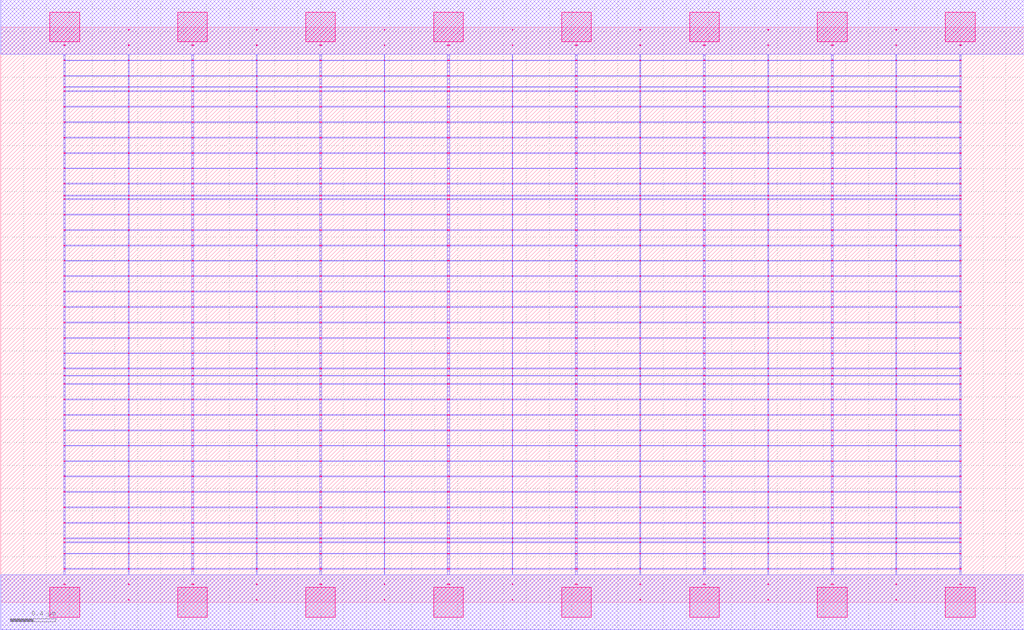
<source format=lef>
MACRO AOAAOI2212_DEBUG
 CLASS CORE ;
 FOREIGN AOAAOI2212_DEBUG 0 0 ;
 SIZE 8.96 BY 5.04 ;
 ORIGIN 0 0 ;
 SYMMETRY X Y R90 ;
 SITE unit ;

 OBS
    LAYER polycont ;
     RECT 0.55100000 2.58300000 0.56400000 2.59100000 ;
     RECT 1.11600000 2.58300000 1.12400000 2.59100000 ;
     RECT 1.67100000 2.58300000 1.68900000 2.59100000 ;
     RECT 2.23600000 2.58300000 2.24400000 2.59100000 ;
     RECT 2.79100000 2.58300000 2.80900000 2.59100000 ;
     RECT 3.35600000 2.58300000 3.36400000 2.59100000 ;
     RECT 3.91100000 2.58300000 3.92900000 2.59100000 ;
     RECT 4.47600000 2.58300000 4.48400000 2.59100000 ;
     RECT 5.03100000 2.58300000 5.04900000 2.59100000 ;
     RECT 5.59600000 2.58300000 5.60400000 2.59100000 ;
     RECT 6.15100000 2.58300000 6.16900000 2.59100000 ;
     RECT 6.71600000 2.58300000 6.72400000 2.59100000 ;
     RECT 7.27100000 2.58300000 7.28900000 2.59100000 ;
     RECT 7.83600000 2.58300000 7.84400000 2.59100000 ;
     RECT 8.39600000 2.58300000 8.40900000 2.59100000 ;
     RECT 0.55100000 2.71800000 0.56400000 2.72600000 ;
     RECT 1.11600000 2.71800000 1.12400000 2.72600000 ;
     RECT 1.67100000 2.71800000 1.68900000 2.72600000 ;
     RECT 2.23600000 2.71800000 2.24400000 2.72600000 ;
     RECT 2.79100000 2.71800000 2.80900000 2.72600000 ;
     RECT 3.35600000 2.71800000 3.36400000 2.72600000 ;
     RECT 3.91100000 2.71800000 3.92900000 2.72600000 ;
     RECT 4.47600000 2.71800000 4.48400000 2.72600000 ;
     RECT 5.03100000 2.71800000 5.04900000 2.72600000 ;
     RECT 5.59600000 2.71800000 5.60400000 2.72600000 ;
     RECT 6.15100000 2.71800000 6.16900000 2.72600000 ;
     RECT 6.71600000 2.71800000 6.72400000 2.72600000 ;
     RECT 7.27100000 2.71800000 7.28900000 2.72600000 ;
     RECT 7.83600000 2.71800000 7.84400000 2.72600000 ;
     RECT 8.39600000 2.71800000 8.40900000 2.72600000 ;
     RECT 0.55100000 2.85300000 0.56400000 2.86100000 ;
     RECT 1.11600000 2.85300000 1.12400000 2.86100000 ;
     RECT 1.67100000 2.85300000 1.68900000 2.86100000 ;
     RECT 2.23600000 2.85300000 2.24400000 2.86100000 ;
     RECT 2.79100000 2.85300000 2.80900000 2.86100000 ;
     RECT 3.35600000 2.85300000 3.36400000 2.86100000 ;
     RECT 3.91100000 2.85300000 3.92900000 2.86100000 ;
     RECT 4.47600000 2.85300000 4.48400000 2.86100000 ;
     RECT 5.03100000 2.85300000 5.04900000 2.86100000 ;
     RECT 5.59600000 2.85300000 5.60400000 2.86100000 ;
     RECT 6.15100000 2.85300000 6.16900000 2.86100000 ;
     RECT 6.71600000 2.85300000 6.72400000 2.86100000 ;
     RECT 7.27100000 2.85300000 7.28900000 2.86100000 ;
     RECT 7.83600000 2.85300000 7.84400000 2.86100000 ;
     RECT 8.39600000 2.85300000 8.40900000 2.86100000 ;
     RECT 0.55100000 2.98800000 0.56400000 2.99600000 ;
     RECT 1.11600000 2.98800000 1.12400000 2.99600000 ;
     RECT 1.67100000 2.98800000 1.68900000 2.99600000 ;
     RECT 2.23600000 2.98800000 2.24400000 2.99600000 ;
     RECT 2.79100000 2.98800000 2.80900000 2.99600000 ;
     RECT 3.35600000 2.98800000 3.36400000 2.99600000 ;
     RECT 3.91100000 2.98800000 3.92900000 2.99600000 ;
     RECT 4.47600000 2.98800000 4.48400000 2.99600000 ;
     RECT 5.03100000 2.98800000 5.04900000 2.99600000 ;
     RECT 5.59600000 2.98800000 5.60400000 2.99600000 ;
     RECT 6.15100000 2.98800000 6.16900000 2.99600000 ;
     RECT 6.71600000 2.98800000 6.72400000 2.99600000 ;
     RECT 7.27100000 2.98800000 7.28900000 2.99600000 ;
     RECT 7.83600000 2.98800000 7.84400000 2.99600000 ;
     RECT 8.39600000 2.98800000 8.40900000 2.99600000 ;

    LAYER pdiffc ;
     RECT 0.55100000 3.39300000 0.55900000 3.40100000 ;
     RECT 8.40100000 3.39300000 8.40900000 3.40100000 ;
     RECT 0.55100000 3.52800000 0.55900000 3.53600000 ;
     RECT 8.40100000 3.52800000 8.40900000 3.53600000 ;
     RECT 0.55100000 3.56100000 0.55900000 3.56900000 ;
     RECT 8.40100000 3.56100000 8.40900000 3.56900000 ;
     RECT 0.55100000 3.66300000 0.55900000 3.67100000 ;
     RECT 8.40100000 3.66300000 8.40900000 3.67100000 ;
     RECT 0.55100000 3.79800000 0.55900000 3.80600000 ;
     RECT 8.40100000 3.79800000 8.40900000 3.80600000 ;
     RECT 0.55100000 3.93300000 0.55900000 3.94100000 ;
     RECT 8.40100000 3.93300000 8.40900000 3.94100000 ;
     RECT 0.55100000 4.06800000 0.55900000 4.07600000 ;
     RECT 8.40100000 4.06800000 8.40900000 4.07600000 ;
     RECT 0.55100000 4.20300000 0.55900000 4.21100000 ;
     RECT 8.40100000 4.20300000 8.40900000 4.21100000 ;
     RECT 0.55100000 4.33800000 0.55900000 4.34600000 ;
     RECT 8.40100000 4.33800000 8.40900000 4.34600000 ;
     RECT 0.55100000 4.47300000 0.55900000 4.48100000 ;
     RECT 8.40100000 4.47300000 8.40900000 4.48100000 ;
     RECT 0.55100000 4.51100000 0.55900000 4.51900000 ;
     RECT 8.40100000 4.51100000 8.40900000 4.51900000 ;
     RECT 0.55100000 4.60800000 0.55900000 4.61600000 ;
     RECT 8.40100000 4.60800000 8.40900000 4.61600000 ;

    LAYER ndiffc ;
     RECT 5.03100000 0.42300000 5.04900000 0.43100000 ;
     RECT 6.15100000 0.42300000 6.16900000 0.43100000 ;
     RECT 7.27100000 0.42300000 7.28900000 0.43100000 ;
     RECT 8.39600000 0.42300000 8.40900000 0.43100000 ;
     RECT 5.03100000 0.52100000 5.04900000 0.52900000 ;
     RECT 6.15100000 0.52100000 6.16900000 0.52900000 ;
     RECT 7.27100000 0.52100000 7.28900000 0.52900000 ;
     RECT 8.39600000 0.52100000 8.40900000 0.52900000 ;
     RECT 5.03100000 0.55800000 5.04900000 0.56600000 ;
     RECT 6.15100000 0.55800000 6.16900000 0.56600000 ;
     RECT 7.27100000 0.55800000 7.28900000 0.56600000 ;
     RECT 8.39600000 0.55800000 8.40900000 0.56600000 ;
     RECT 5.03100000 0.69300000 5.04900000 0.70100000 ;
     RECT 6.15100000 0.69300000 6.16900000 0.70100000 ;
     RECT 7.27100000 0.69300000 7.28900000 0.70100000 ;
     RECT 8.39600000 0.69300000 8.40900000 0.70100000 ;
     RECT 5.03100000 0.82800000 5.04900000 0.83600000 ;
     RECT 6.15100000 0.82800000 6.16900000 0.83600000 ;
     RECT 7.27100000 0.82800000 7.28900000 0.83600000 ;
     RECT 8.39600000 0.82800000 8.40900000 0.83600000 ;
     RECT 5.03100000 0.96300000 5.04900000 0.97100000 ;
     RECT 6.15100000 0.96300000 6.16900000 0.97100000 ;
     RECT 7.27100000 0.96300000 7.28900000 0.97100000 ;
     RECT 8.39600000 0.96300000 8.40900000 0.97100000 ;
     RECT 5.03100000 1.09800000 5.04900000 1.10600000 ;
     RECT 6.15100000 1.09800000 6.16900000 1.10600000 ;
     RECT 7.27100000 1.09800000 7.28900000 1.10600000 ;
     RECT 8.39600000 1.09800000 8.40900000 1.10600000 ;
     RECT 5.03100000 1.23300000 5.04900000 1.24100000 ;
     RECT 6.15100000 1.23300000 6.16900000 1.24100000 ;
     RECT 7.27100000 1.23300000 7.28900000 1.24100000 ;
     RECT 8.39600000 1.23300000 8.40900000 1.24100000 ;
     RECT 5.03100000 1.36800000 5.04900000 1.37600000 ;
     RECT 6.15100000 1.36800000 6.16900000 1.37600000 ;
     RECT 7.27100000 1.36800000 7.28900000 1.37600000 ;
     RECT 8.39600000 1.36800000 8.40900000 1.37600000 ;
     RECT 5.03100000 1.50300000 5.04900000 1.51100000 ;
     RECT 6.15100000 1.50300000 6.16900000 1.51100000 ;
     RECT 7.27100000 1.50300000 7.28900000 1.51100000 ;
     RECT 8.39600000 1.50300000 8.40900000 1.51100000 ;
     RECT 5.03100000 1.63800000 5.04900000 1.64600000 ;
     RECT 6.15100000 1.63800000 6.16900000 1.64600000 ;
     RECT 7.27100000 1.63800000 7.28900000 1.64600000 ;
     RECT 8.39600000 1.63800000 8.40900000 1.64600000 ;
     RECT 5.03100000 1.77300000 5.04900000 1.78100000 ;
     RECT 6.15100000 1.77300000 6.16900000 1.78100000 ;
     RECT 7.27100000 1.77300000 7.28900000 1.78100000 ;
     RECT 8.39600000 1.77300000 8.40900000 1.78100000 ;
     RECT 5.03100000 1.90800000 5.04900000 1.91600000 ;
     RECT 6.15100000 1.90800000 6.16900000 1.91600000 ;
     RECT 7.27100000 1.90800000 7.28900000 1.91600000 ;
     RECT 8.39600000 1.90800000 8.40900000 1.91600000 ;
     RECT 5.03100000 1.98100000 5.04900000 1.98900000 ;
     RECT 6.15100000 1.98100000 6.16900000 1.98900000 ;
     RECT 7.27100000 1.98100000 7.28900000 1.98900000 ;
     RECT 8.39600000 1.98100000 8.40900000 1.98900000 ;
     RECT 5.03100000 2.04300000 5.04900000 2.05100000 ;
     RECT 6.15100000 2.04300000 6.16900000 2.05100000 ;
     RECT 7.27100000 2.04300000 7.28900000 2.05100000 ;
     RECT 8.39600000 2.04300000 8.40900000 2.05100000 ;
     RECT 0.55100000 0.42300000 0.56400000 0.43100000 ;
     RECT 1.67100000 0.42300000 1.68900000 0.43100000 ;
     RECT 2.79100000 0.42300000 2.80900000 0.43100000 ;
     RECT 3.91100000 0.42300000 3.92900000 0.43100000 ;
     RECT 0.55100000 1.36800000 0.56400000 1.37600000 ;
     RECT 1.67100000 1.36800000 1.68900000 1.37600000 ;
     RECT 2.79100000 1.36800000 2.80900000 1.37600000 ;
     RECT 3.91100000 1.36800000 3.92900000 1.37600000 ;
     RECT 0.55100000 0.82800000 0.56400000 0.83600000 ;
     RECT 1.67100000 0.82800000 1.68900000 0.83600000 ;
     RECT 2.79100000 0.82800000 2.80900000 0.83600000 ;
     RECT 3.91100000 0.82800000 3.92900000 0.83600000 ;
     RECT 0.55100000 1.50300000 0.56400000 1.51100000 ;
     RECT 1.67100000 1.50300000 1.68900000 1.51100000 ;
     RECT 2.79100000 1.50300000 2.80900000 1.51100000 ;
     RECT 3.91100000 1.50300000 3.92900000 1.51100000 ;
     RECT 0.55100000 0.55800000 0.56400000 0.56600000 ;
     RECT 1.67100000 0.55800000 1.68900000 0.56600000 ;
     RECT 2.79100000 0.55800000 2.80900000 0.56600000 ;
     RECT 3.91100000 0.55800000 3.92900000 0.56600000 ;
     RECT 0.55100000 1.63800000 0.56400000 1.64600000 ;
     RECT 1.67100000 1.63800000 1.68900000 1.64600000 ;
     RECT 2.79100000 1.63800000 2.80900000 1.64600000 ;
     RECT 3.91100000 1.63800000 3.92900000 1.64600000 ;
     RECT 0.55100000 0.96300000 0.56400000 0.97100000 ;
     RECT 1.67100000 0.96300000 1.68900000 0.97100000 ;
     RECT 2.79100000 0.96300000 2.80900000 0.97100000 ;
     RECT 3.91100000 0.96300000 3.92900000 0.97100000 ;
     RECT 0.55100000 1.77300000 0.56400000 1.78100000 ;
     RECT 1.67100000 1.77300000 1.68900000 1.78100000 ;
     RECT 2.79100000 1.77300000 2.80900000 1.78100000 ;
     RECT 3.91100000 1.77300000 3.92900000 1.78100000 ;
     RECT 0.55100000 0.52100000 0.56400000 0.52900000 ;
     RECT 1.67100000 0.52100000 1.68900000 0.52900000 ;
     RECT 2.79100000 0.52100000 2.80900000 0.52900000 ;
     RECT 3.91100000 0.52100000 3.92900000 0.52900000 ;
     RECT 0.55100000 1.90800000 0.56400000 1.91600000 ;
     RECT 1.67100000 1.90800000 1.68900000 1.91600000 ;
     RECT 2.79100000 1.90800000 2.80900000 1.91600000 ;
     RECT 3.91100000 1.90800000 3.92900000 1.91600000 ;
     RECT 0.55100000 1.09800000 0.56400000 1.10600000 ;
     RECT 1.67100000 1.09800000 1.68900000 1.10600000 ;
     RECT 2.79100000 1.09800000 2.80900000 1.10600000 ;
     RECT 3.91100000 1.09800000 3.92900000 1.10600000 ;
     RECT 0.55100000 1.98100000 0.56400000 1.98900000 ;
     RECT 1.67100000 1.98100000 1.68900000 1.98900000 ;
     RECT 2.79100000 1.98100000 2.80900000 1.98900000 ;
     RECT 3.91100000 1.98100000 3.92900000 1.98900000 ;
     RECT 0.55100000 0.69300000 0.56400000 0.70100000 ;
     RECT 1.67100000 0.69300000 1.68900000 0.70100000 ;
     RECT 2.79100000 0.69300000 2.80900000 0.70100000 ;
     RECT 3.91100000 0.69300000 3.92900000 0.70100000 ;
     RECT 0.55100000 2.04300000 0.56400000 2.05100000 ;
     RECT 1.67100000 2.04300000 1.68900000 2.05100000 ;
     RECT 2.79100000 2.04300000 2.80900000 2.05100000 ;
     RECT 3.91100000 2.04300000 3.92900000 2.05100000 ;
     RECT 0.55100000 1.23300000 0.56400000 1.24100000 ;
     RECT 1.67100000 1.23300000 1.68900000 1.24100000 ;
     RECT 2.79100000 1.23300000 2.80900000 1.24100000 ;
     RECT 3.91100000 1.23300000 3.92900000 1.24100000 ;

    LAYER met1 ;
     RECT 0.00000000 -0.24000000 8.96000000 0.24000000 ;
     RECT 4.47600000 0.24000000 4.48400000 0.28800000 ;
     RECT 0.55100000 0.28800000 8.40900000 0.29600000 ;
     RECT 4.47600000 0.29600000 4.48400000 0.42300000 ;
     RECT 0.55100000 0.42300000 8.40900000 0.43100000 ;
     RECT 4.47600000 0.43100000 4.48400000 0.52100000 ;
     RECT 0.55100000 0.52100000 8.40900000 0.52900000 ;
     RECT 4.47600000 0.52900000 4.48400000 0.55800000 ;
     RECT 0.55100000 0.55800000 8.40900000 0.56600000 ;
     RECT 4.47600000 0.56600000 4.48400000 0.69300000 ;
     RECT 0.55100000 0.69300000 8.40900000 0.70100000 ;
     RECT 4.47600000 0.70100000 4.48400000 0.82800000 ;
     RECT 0.55100000 0.82800000 8.40900000 0.83600000 ;
     RECT 4.47600000 0.83600000 4.48400000 0.96300000 ;
     RECT 0.55100000 0.96300000 8.40900000 0.97100000 ;
     RECT 4.47600000 0.97100000 4.48400000 1.09800000 ;
     RECT 0.55100000 1.09800000 8.40900000 1.10600000 ;
     RECT 4.47600000 1.10600000 4.48400000 1.23300000 ;
     RECT 0.55100000 1.23300000 8.40900000 1.24100000 ;
     RECT 4.47600000 1.24100000 4.48400000 1.36800000 ;
     RECT 0.55100000 1.36800000 8.40900000 1.37600000 ;
     RECT 4.47600000 1.37600000 4.48400000 1.50300000 ;
     RECT 0.55100000 1.50300000 8.40900000 1.51100000 ;
     RECT 4.47600000 1.51100000 4.48400000 1.63800000 ;
     RECT 0.55100000 1.63800000 8.40900000 1.64600000 ;
     RECT 4.47600000 1.64600000 4.48400000 1.77300000 ;
     RECT 0.55100000 1.77300000 8.40900000 1.78100000 ;
     RECT 4.47600000 1.78100000 4.48400000 1.90800000 ;
     RECT 0.55100000 1.90800000 8.40900000 1.91600000 ;
     RECT 4.47600000 1.91600000 4.48400000 1.98100000 ;
     RECT 0.55100000 1.98100000 8.40900000 1.98900000 ;
     RECT 4.47600000 1.98900000 4.48400000 2.04300000 ;
     RECT 0.55100000 2.04300000 8.40900000 2.05100000 ;
     RECT 4.47600000 2.05100000 4.48400000 2.17800000 ;
     RECT 0.55100000 2.17800000 8.40900000 2.18600000 ;
     RECT 4.47600000 2.18600000 4.48400000 2.31300000 ;
     RECT 0.55100000 2.31300000 8.40900000 2.32100000 ;
     RECT 4.47600000 2.32100000 4.48400000 2.44800000 ;
     RECT 0.55100000 2.44800000 8.40900000 2.45600000 ;
     RECT 0.55100000 2.45600000 0.56400000 2.58300000 ;
     RECT 1.11600000 2.45600000 1.12400000 2.58300000 ;
     RECT 1.67100000 2.45600000 1.68900000 2.58300000 ;
     RECT 2.23600000 2.45600000 2.24400000 2.58300000 ;
     RECT 2.79100000 2.45600000 2.80900000 2.58300000 ;
     RECT 3.35600000 2.45600000 3.36400000 2.58300000 ;
     RECT 3.91100000 2.45600000 3.92900000 2.58300000 ;
     RECT 4.47600000 2.45600000 4.48400000 2.58300000 ;
     RECT 5.03100000 2.45600000 5.04900000 2.58300000 ;
     RECT 5.59600000 2.45600000 5.60400000 2.58300000 ;
     RECT 6.15100000 2.45600000 6.16900000 2.58300000 ;
     RECT 6.71600000 2.45600000 6.72400000 2.58300000 ;
     RECT 7.27100000 2.45600000 7.28900000 2.58300000 ;
     RECT 7.83600000 2.45600000 7.84400000 2.58300000 ;
     RECT 8.39600000 2.45600000 8.40900000 2.58300000 ;
     RECT 0.55100000 2.58300000 8.40900000 2.59100000 ;
     RECT 4.47600000 2.59100000 4.48400000 2.71800000 ;
     RECT 0.55100000 2.71800000 8.40900000 2.72600000 ;
     RECT 4.47600000 2.72600000 4.48400000 2.85300000 ;
     RECT 0.55100000 2.85300000 8.40900000 2.86100000 ;
     RECT 4.47600000 2.86100000 4.48400000 2.98800000 ;
     RECT 0.55100000 2.98800000 8.40900000 2.99600000 ;
     RECT 4.47600000 2.99600000 4.48400000 3.12300000 ;
     RECT 0.55100000 3.12300000 8.40900000 3.13100000 ;
     RECT 4.47600000 3.13100000 4.48400000 3.25800000 ;
     RECT 0.55100000 3.25800000 8.40900000 3.26600000 ;
     RECT 4.47600000 3.26600000 4.48400000 3.39300000 ;
     RECT 0.55100000 3.39300000 8.40900000 3.40100000 ;
     RECT 4.47600000 3.40100000 4.48400000 3.52800000 ;
     RECT 0.55100000 3.52800000 8.40900000 3.53600000 ;
     RECT 4.47600000 3.53600000 4.48400000 3.56100000 ;
     RECT 0.55100000 3.56100000 8.40900000 3.56900000 ;
     RECT 4.47600000 3.56900000 4.48400000 3.66300000 ;
     RECT 0.55100000 3.66300000 8.40900000 3.67100000 ;
     RECT 4.47600000 3.67100000 4.48400000 3.79800000 ;
     RECT 0.55100000 3.79800000 8.40900000 3.80600000 ;
     RECT 4.47600000 3.80600000 4.48400000 3.93300000 ;
     RECT 0.55100000 3.93300000 8.40900000 3.94100000 ;
     RECT 4.47600000 3.94100000 4.48400000 4.06800000 ;
     RECT 0.55100000 4.06800000 8.40900000 4.07600000 ;
     RECT 4.47600000 4.07600000 4.48400000 4.20300000 ;
     RECT 0.55100000 4.20300000 8.40900000 4.21100000 ;
     RECT 4.47600000 4.21100000 4.48400000 4.33800000 ;
     RECT 0.55100000 4.33800000 8.40900000 4.34600000 ;
     RECT 4.47600000 4.34600000 4.48400000 4.47300000 ;
     RECT 0.55100000 4.47300000 8.40900000 4.48100000 ;
     RECT 4.47600000 4.48100000 4.48400000 4.51100000 ;
     RECT 0.55100000 4.51100000 8.40900000 4.51900000 ;
     RECT 4.47600000 4.51900000 4.48400000 4.60800000 ;
     RECT 0.55100000 4.60800000 8.40900000 4.61600000 ;
     RECT 4.47600000 4.61600000 4.48400000 4.74300000 ;
     RECT 0.55100000 4.74300000 8.40900000 4.75100000 ;
     RECT 4.47600000 4.75100000 4.48400000 4.80000000 ;
     RECT 0.00000000 4.80000000 8.96000000 5.28000000 ;
     RECT 6.71600000 3.13100000 6.72400000 3.25800000 ;
     RECT 6.71600000 3.26600000 6.72400000 3.39300000 ;
     RECT 6.71600000 3.40100000 6.72400000 3.52800000 ;
     RECT 6.71600000 2.72600000 6.72400000 2.85300000 ;
     RECT 6.71600000 3.53600000 6.72400000 3.56100000 ;
     RECT 6.71600000 3.56900000 6.72400000 3.66300000 ;
     RECT 6.71600000 2.59100000 6.72400000 2.71800000 ;
     RECT 6.71600000 3.67100000 6.72400000 3.79800000 ;
     RECT 5.03100000 3.80600000 5.04900000 3.93300000 ;
     RECT 5.59600000 3.80600000 5.60400000 3.93300000 ;
     RECT 6.15100000 3.80600000 6.16900000 3.93300000 ;
     RECT 6.71600000 3.80600000 6.72400000 3.93300000 ;
     RECT 7.27100000 3.80600000 7.28900000 3.93300000 ;
     RECT 7.83600000 3.80600000 7.84400000 3.93300000 ;
     RECT 8.39600000 3.80600000 8.40900000 3.93300000 ;
     RECT 6.71600000 2.86100000 6.72400000 2.98800000 ;
     RECT 6.71600000 3.94100000 6.72400000 4.06800000 ;
     RECT 6.71600000 4.07600000 6.72400000 4.20300000 ;
     RECT 6.71600000 4.21100000 6.72400000 4.33800000 ;
     RECT 6.71600000 4.34600000 6.72400000 4.47300000 ;
     RECT 6.71600000 4.48100000 6.72400000 4.51100000 ;
     RECT 6.71600000 2.99600000 6.72400000 3.12300000 ;
     RECT 6.71600000 4.51900000 6.72400000 4.60800000 ;
     RECT 6.71600000 4.61600000 6.72400000 4.74300000 ;
     RECT 6.71600000 4.75100000 6.72400000 4.80000000 ;
     RECT 7.27100000 4.21100000 7.28900000 4.33800000 ;
     RECT 7.83600000 4.21100000 7.84400000 4.33800000 ;
     RECT 8.39600000 4.21100000 8.40900000 4.33800000 ;
     RECT 8.39600000 3.94100000 8.40900000 4.06800000 ;
     RECT 7.27100000 4.34600000 7.28900000 4.47300000 ;
     RECT 7.83600000 4.34600000 7.84400000 4.47300000 ;
     RECT 8.39600000 4.34600000 8.40900000 4.47300000 ;
     RECT 7.27100000 3.94100000 7.28900000 4.06800000 ;
     RECT 7.27100000 4.48100000 7.28900000 4.51100000 ;
     RECT 7.83600000 4.48100000 7.84400000 4.51100000 ;
     RECT 8.39600000 4.48100000 8.40900000 4.51100000 ;
     RECT 7.27100000 4.07600000 7.28900000 4.20300000 ;
     RECT 7.83600000 4.07600000 7.84400000 4.20300000 ;
     RECT 7.27100000 4.51900000 7.28900000 4.60800000 ;
     RECT 7.83600000 4.51900000 7.84400000 4.60800000 ;
     RECT 8.39600000 4.51900000 8.40900000 4.60800000 ;
     RECT 8.39600000 4.07600000 8.40900000 4.20300000 ;
     RECT 7.27100000 4.61600000 7.28900000 4.74300000 ;
     RECT 7.83600000 4.61600000 7.84400000 4.74300000 ;
     RECT 8.39600000 4.61600000 8.40900000 4.74300000 ;
     RECT 7.83600000 3.94100000 7.84400000 4.06800000 ;
     RECT 7.27100000 4.75100000 7.28900000 4.80000000 ;
     RECT 7.83600000 4.75100000 7.84400000 4.80000000 ;
     RECT 8.39600000 4.75100000 8.40900000 4.80000000 ;
     RECT 6.15100000 4.07600000 6.16900000 4.20300000 ;
     RECT 5.59600000 3.94100000 5.60400000 4.06800000 ;
     RECT 6.15100000 3.94100000 6.16900000 4.06800000 ;
     RECT 5.03100000 4.51900000 5.04900000 4.60800000 ;
     RECT 5.59600000 4.51900000 5.60400000 4.60800000 ;
     RECT 6.15100000 4.51900000 6.16900000 4.60800000 ;
     RECT 5.03100000 4.34600000 5.04900000 4.47300000 ;
     RECT 5.59600000 4.34600000 5.60400000 4.47300000 ;
     RECT 6.15100000 4.34600000 6.16900000 4.47300000 ;
     RECT 5.03100000 3.94100000 5.04900000 4.06800000 ;
     RECT 5.03100000 4.61600000 5.04900000 4.74300000 ;
     RECT 5.59600000 4.61600000 5.60400000 4.74300000 ;
     RECT 6.15100000 4.61600000 6.16900000 4.74300000 ;
     RECT 5.03100000 4.07600000 5.04900000 4.20300000 ;
     RECT 5.03100000 4.21100000 5.04900000 4.33800000 ;
     RECT 5.59600000 4.21100000 5.60400000 4.33800000 ;
     RECT 5.03100000 4.48100000 5.04900000 4.51100000 ;
     RECT 5.03100000 4.75100000 5.04900000 4.80000000 ;
     RECT 5.59600000 4.75100000 5.60400000 4.80000000 ;
     RECT 6.15100000 4.75100000 6.16900000 4.80000000 ;
     RECT 5.59600000 4.48100000 5.60400000 4.51100000 ;
     RECT 6.15100000 4.48100000 6.16900000 4.51100000 ;
     RECT 6.15100000 4.21100000 6.16900000 4.33800000 ;
     RECT 5.59600000 4.07600000 5.60400000 4.20300000 ;
     RECT 5.03100000 3.56900000 5.04900000 3.66300000 ;
     RECT 5.59600000 3.56900000 5.60400000 3.66300000 ;
     RECT 6.15100000 3.56900000 6.16900000 3.66300000 ;
     RECT 5.03100000 3.26600000 5.04900000 3.39300000 ;
     RECT 6.15100000 2.59100000 6.16900000 2.71800000 ;
     RECT 5.59600000 3.26600000 5.60400000 3.39300000 ;
     RECT 5.03100000 3.67100000 5.04900000 3.79800000 ;
     RECT 5.59600000 3.67100000 5.60400000 3.79800000 ;
     RECT 6.15100000 3.67100000 6.16900000 3.79800000 ;
     RECT 6.15100000 3.26600000 6.16900000 3.39300000 ;
     RECT 5.03100000 2.86100000 5.04900000 2.98800000 ;
     RECT 5.59600000 2.86100000 5.60400000 2.98800000 ;
     RECT 6.15100000 3.13100000 6.16900000 3.25800000 ;
     RECT 5.59600000 2.72600000 5.60400000 2.85300000 ;
     RECT 6.15100000 2.72600000 6.16900000 2.85300000 ;
     RECT 5.03100000 3.40100000 5.04900000 3.52800000 ;
     RECT 5.59600000 3.40100000 5.60400000 3.52800000 ;
     RECT 5.03100000 2.99600000 5.04900000 3.12300000 ;
     RECT 6.15100000 3.40100000 6.16900000 3.52800000 ;
     RECT 5.59600000 3.13100000 5.60400000 3.25800000 ;
     RECT 6.15100000 2.86100000 6.16900000 2.98800000 ;
     RECT 5.03100000 2.59100000 5.04900000 2.71800000 ;
     RECT 5.59600000 2.59100000 5.60400000 2.71800000 ;
     RECT 5.03100000 3.53600000 5.04900000 3.56100000 ;
     RECT 5.59600000 3.53600000 5.60400000 3.56100000 ;
     RECT 6.15100000 3.53600000 6.16900000 3.56100000 ;
     RECT 5.59600000 2.99600000 5.60400000 3.12300000 ;
     RECT 6.15100000 2.99600000 6.16900000 3.12300000 ;
     RECT 5.03100000 2.72600000 5.04900000 2.85300000 ;
     RECT 5.03100000 3.13100000 5.04900000 3.25800000 ;
     RECT 7.83600000 2.72600000 7.84400000 2.85300000 ;
     RECT 8.39600000 2.86100000 8.40900000 2.98800000 ;
     RECT 7.27100000 2.59100000 7.28900000 2.71800000 ;
     RECT 7.27100000 2.99600000 7.28900000 3.12300000 ;
     RECT 8.39600000 2.72600000 8.40900000 2.85300000 ;
     RECT 8.39600000 3.26600000 8.40900000 3.39300000 ;
     RECT 7.27100000 3.40100000 7.28900000 3.52800000 ;
     RECT 7.83600000 3.40100000 7.84400000 3.52800000 ;
     RECT 8.39600000 3.40100000 8.40900000 3.52800000 ;
     RECT 7.27100000 3.56900000 7.28900000 3.66300000 ;
     RECT 7.83600000 3.56900000 7.84400000 3.66300000 ;
     RECT 7.83600000 2.99600000 7.84400000 3.12300000 ;
     RECT 8.39600000 2.99600000 8.40900000 3.12300000 ;
     RECT 7.83600000 2.59100000 7.84400000 2.71800000 ;
     RECT 8.39600000 3.56900000 8.40900000 3.66300000 ;
     RECT 7.27100000 3.13100000 7.28900000 3.25800000 ;
     RECT 7.27100000 2.72600000 7.28900000 2.85300000 ;
     RECT 7.83600000 3.13100000 7.84400000 3.25800000 ;
     RECT 8.39600000 3.13100000 8.40900000 3.25800000 ;
     RECT 7.27100000 3.26600000 7.28900000 3.39300000 ;
     RECT 8.39600000 2.59100000 8.40900000 2.71800000 ;
     RECT 7.83600000 3.26600000 7.84400000 3.39300000 ;
     RECT 7.27100000 2.86100000 7.28900000 2.98800000 ;
     RECT 7.83600000 2.86100000 7.84400000 2.98800000 ;
     RECT 7.27100000 3.67100000 7.28900000 3.79800000 ;
     RECT 7.83600000 3.67100000 7.84400000 3.79800000 ;
     RECT 8.39600000 3.67100000 8.40900000 3.79800000 ;
     RECT 7.27100000 3.53600000 7.28900000 3.56100000 ;
     RECT 7.83600000 3.53600000 7.84400000 3.56100000 ;
     RECT 8.39600000 3.53600000 8.40900000 3.56100000 ;
     RECT 2.23600000 3.94100000 2.24400000 4.06800000 ;
     RECT 2.23600000 3.40100000 2.24400000 3.52800000 ;
     RECT 2.23600000 4.07600000 2.24400000 4.20300000 ;
     RECT 2.23600000 3.53600000 2.24400000 3.56100000 ;
     RECT 2.23600000 4.21100000 2.24400000 4.33800000 ;
     RECT 2.23600000 2.86100000 2.24400000 2.98800000 ;
     RECT 2.23600000 3.13100000 2.24400000 3.25800000 ;
     RECT 2.23600000 4.34600000 2.24400000 4.47300000 ;
     RECT 2.23600000 3.56900000 2.24400000 3.66300000 ;
     RECT 2.23600000 4.48100000 2.24400000 4.51100000 ;
     RECT 2.23600000 2.72600000 2.24400000 2.85300000 ;
     RECT 2.23600000 4.51900000 2.24400000 4.60800000 ;
     RECT 2.23600000 3.67100000 2.24400000 3.79800000 ;
     RECT 2.23600000 4.61600000 2.24400000 4.74300000 ;
     RECT 2.23600000 3.26600000 2.24400000 3.39300000 ;
     RECT 2.23600000 2.59100000 2.24400000 2.71800000 ;
     RECT 0.55100000 3.80600000 0.56400000 3.93300000 ;
     RECT 1.11600000 3.80600000 1.12400000 3.93300000 ;
     RECT 2.23600000 4.75100000 2.24400000 4.80000000 ;
     RECT 1.67100000 3.80600000 1.68900000 3.93300000 ;
     RECT 2.23600000 3.80600000 2.24400000 3.93300000 ;
     RECT 2.79100000 3.80600000 2.80900000 3.93300000 ;
     RECT 3.35600000 3.80600000 3.36400000 3.93300000 ;
     RECT 3.91100000 3.80600000 3.92900000 3.93300000 ;
     RECT 2.23600000 2.99600000 2.24400000 3.12300000 ;
     RECT 2.79100000 3.94100000 2.80900000 4.06800000 ;
     RECT 2.79100000 4.21100000 2.80900000 4.33800000 ;
     RECT 2.79100000 4.51900000 2.80900000 4.60800000 ;
     RECT 3.35600000 4.51900000 3.36400000 4.60800000 ;
     RECT 3.91100000 4.51900000 3.92900000 4.60800000 ;
     RECT 3.35600000 4.21100000 3.36400000 4.33800000 ;
     RECT 3.91100000 4.21100000 3.92900000 4.33800000 ;
     RECT 2.79100000 4.61600000 2.80900000 4.74300000 ;
     RECT 3.35600000 4.61600000 3.36400000 4.74300000 ;
     RECT 3.91100000 4.61600000 3.92900000 4.74300000 ;
     RECT 3.35600000 3.94100000 3.36400000 4.06800000 ;
     RECT 2.79100000 4.07600000 2.80900000 4.20300000 ;
     RECT 3.35600000 4.07600000 3.36400000 4.20300000 ;
     RECT 2.79100000 4.34600000 2.80900000 4.47300000 ;
     RECT 3.35600000 4.34600000 3.36400000 4.47300000 ;
     RECT 2.79100000 4.75100000 2.80900000 4.80000000 ;
     RECT 3.35600000 4.75100000 3.36400000 4.80000000 ;
     RECT 3.91100000 4.75100000 3.92900000 4.80000000 ;
     RECT 3.91100000 4.34600000 3.92900000 4.47300000 ;
     RECT 3.91100000 4.07600000 3.92900000 4.20300000 ;
     RECT 3.91100000 3.94100000 3.92900000 4.06800000 ;
     RECT 2.79100000 4.48100000 2.80900000 4.51100000 ;
     RECT 3.35600000 4.48100000 3.36400000 4.51100000 ;
     RECT 3.91100000 4.48100000 3.92900000 4.51100000 ;
     RECT 0.55100000 4.61600000 0.56400000 4.74300000 ;
     RECT 1.11600000 4.61600000 1.12400000 4.74300000 ;
     RECT 1.67100000 4.61600000 1.68900000 4.74300000 ;
     RECT 1.67100000 4.07600000 1.68900000 4.20300000 ;
     RECT 1.67100000 3.94100000 1.68900000 4.06800000 ;
     RECT 0.55100000 4.48100000 0.56400000 4.51100000 ;
     RECT 1.11600000 4.48100000 1.12400000 4.51100000 ;
     RECT 1.67100000 4.48100000 1.68900000 4.51100000 ;
     RECT 0.55100000 3.94100000 0.56400000 4.06800000 ;
     RECT 1.11600000 3.94100000 1.12400000 4.06800000 ;
     RECT 0.55100000 4.07600000 0.56400000 4.20300000 ;
     RECT 0.55100000 4.75100000 0.56400000 4.80000000 ;
     RECT 1.11600000 4.75100000 1.12400000 4.80000000 ;
     RECT 1.67100000 4.75100000 1.68900000 4.80000000 ;
     RECT 1.11600000 4.07600000 1.12400000 4.20300000 ;
     RECT 0.55100000 4.34600000 0.56400000 4.47300000 ;
     RECT 0.55100000 4.51900000 0.56400000 4.60800000 ;
     RECT 1.11600000 4.51900000 1.12400000 4.60800000 ;
     RECT 1.67100000 4.51900000 1.68900000 4.60800000 ;
     RECT 1.11600000 4.34600000 1.12400000 4.47300000 ;
     RECT 1.67100000 4.34600000 1.68900000 4.47300000 ;
     RECT 0.55100000 4.21100000 0.56400000 4.33800000 ;
     RECT 1.11600000 4.21100000 1.12400000 4.33800000 ;
     RECT 1.67100000 4.21100000 1.68900000 4.33800000 ;
     RECT 0.55100000 3.56900000 0.56400000 3.66300000 ;
     RECT 1.11600000 3.26600000 1.12400000 3.39300000 ;
     RECT 1.67100000 3.26600000 1.68900000 3.39300000 ;
     RECT 1.11600000 3.56900000 1.12400000 3.66300000 ;
     RECT 1.67100000 3.56900000 1.68900000 3.66300000 ;
     RECT 0.55100000 2.72600000 0.56400000 2.85300000 ;
     RECT 1.67100000 3.40100000 1.68900000 3.52800000 ;
     RECT 1.11600000 2.72600000 1.12400000 2.85300000 ;
     RECT 0.55100000 2.86100000 0.56400000 2.98800000 ;
     RECT 1.11600000 2.86100000 1.12400000 2.98800000 ;
     RECT 0.55100000 3.13100000 0.56400000 3.25800000 ;
     RECT 1.11600000 3.13100000 1.12400000 3.25800000 ;
     RECT 1.67100000 3.13100000 1.68900000 3.25800000 ;
     RECT 1.67100000 2.72600000 1.68900000 2.85300000 ;
     RECT 1.67100000 2.86100000 1.68900000 2.98800000 ;
     RECT 1.67100000 2.59100000 1.68900000 2.71800000 ;
     RECT 0.55100000 3.26600000 0.56400000 3.39300000 ;
     RECT 0.55100000 3.53600000 0.56400000 3.56100000 ;
     RECT 1.11600000 3.53600000 1.12400000 3.56100000 ;
     RECT 1.67100000 3.53600000 1.68900000 3.56100000 ;
     RECT 0.55100000 3.40100000 0.56400000 3.52800000 ;
     RECT 1.11600000 3.40100000 1.12400000 3.52800000 ;
     RECT 0.55100000 2.59100000 0.56400000 2.71800000 ;
     RECT 1.11600000 2.59100000 1.12400000 2.71800000 ;
     RECT 0.55100000 3.67100000 0.56400000 3.79800000 ;
     RECT 1.11600000 3.67100000 1.12400000 3.79800000 ;
     RECT 0.55100000 2.99600000 0.56400000 3.12300000 ;
     RECT 1.11600000 2.99600000 1.12400000 3.12300000 ;
     RECT 1.67100000 2.99600000 1.68900000 3.12300000 ;
     RECT 1.67100000 3.67100000 1.68900000 3.79800000 ;
     RECT 3.91100000 3.40100000 3.92900000 3.52800000 ;
     RECT 3.91100000 3.13100000 3.92900000 3.25800000 ;
     RECT 2.79100000 2.72600000 2.80900000 2.85300000 ;
     RECT 3.35600000 2.72600000 3.36400000 2.85300000 ;
     RECT 3.91100000 2.72600000 3.92900000 2.85300000 ;
     RECT 2.79100000 2.86100000 2.80900000 2.98800000 ;
     RECT 2.79100000 3.26600000 2.80900000 3.39300000 ;
     RECT 3.35600000 3.26600000 3.36400000 3.39300000 ;
     RECT 3.91100000 3.26600000 3.92900000 3.39300000 ;
     RECT 3.91100000 2.99600000 3.92900000 3.12300000 ;
     RECT 2.79100000 2.59100000 2.80900000 2.71800000 ;
     RECT 3.35600000 2.59100000 3.36400000 2.71800000 ;
     RECT 3.91100000 2.59100000 3.92900000 2.71800000 ;
     RECT 3.35600000 2.99600000 3.36400000 3.12300000 ;
     RECT 2.79100000 3.13100000 2.80900000 3.25800000 ;
     RECT 2.79100000 3.56900000 2.80900000 3.66300000 ;
     RECT 3.35600000 3.56900000 3.36400000 3.66300000 ;
     RECT 3.91100000 3.56900000 3.92900000 3.66300000 ;
     RECT 3.35600000 3.13100000 3.36400000 3.25800000 ;
     RECT 2.79100000 2.99600000 2.80900000 3.12300000 ;
     RECT 2.79100000 3.40100000 2.80900000 3.52800000 ;
     RECT 3.35600000 3.40100000 3.36400000 3.52800000 ;
     RECT 3.35600000 3.53600000 3.36400000 3.56100000 ;
     RECT 2.79100000 3.67100000 2.80900000 3.79800000 ;
     RECT 3.35600000 3.67100000 3.36400000 3.79800000 ;
     RECT 3.91100000 3.67100000 3.92900000 3.79800000 ;
     RECT 3.91100000 3.53600000 3.92900000 3.56100000 ;
     RECT 2.79100000 3.53600000 2.80900000 3.56100000 ;
     RECT 3.35600000 2.86100000 3.36400000 2.98800000 ;
     RECT 3.91100000 2.86100000 3.92900000 2.98800000 ;
     RECT 2.23600000 1.37600000 2.24400000 1.50300000 ;
     RECT 2.23600000 0.43100000 2.24400000 0.52100000 ;
     RECT 2.23600000 1.51100000 2.24400000 1.63800000 ;
     RECT 2.23600000 1.64600000 2.24400000 1.77300000 ;
     RECT 2.23600000 1.78100000 2.24400000 1.90800000 ;
     RECT 2.23600000 1.91600000 2.24400000 1.98100000 ;
     RECT 2.23600000 1.98900000 2.24400000 2.04300000 ;
     RECT 2.23600000 0.52900000 2.24400000 0.55800000 ;
     RECT 2.23600000 2.05100000 2.24400000 2.17800000 ;
     RECT 2.23600000 2.18600000 2.24400000 2.31300000 ;
     RECT 2.23600000 2.32100000 2.24400000 2.44800000 ;
     RECT 2.23600000 0.56600000 2.24400000 0.69300000 ;
     RECT 2.23600000 0.70100000 2.24400000 0.82800000 ;
     RECT 2.23600000 0.83600000 2.24400000 0.96300000 ;
     RECT 2.23600000 0.29600000 2.24400000 0.42300000 ;
     RECT 2.23600000 0.97100000 2.24400000 1.09800000 ;
     RECT 0.55100000 1.10600000 0.56400000 1.23300000 ;
     RECT 1.11600000 1.10600000 1.12400000 1.23300000 ;
     RECT 1.67100000 1.10600000 1.68900000 1.23300000 ;
     RECT 2.23600000 1.10600000 2.24400000 1.23300000 ;
     RECT 2.79100000 1.10600000 2.80900000 1.23300000 ;
     RECT 3.35600000 1.10600000 3.36400000 1.23300000 ;
     RECT 3.91100000 1.10600000 3.92900000 1.23300000 ;
     RECT 2.23600000 0.24000000 2.24400000 0.28800000 ;
     RECT 2.23600000 1.24100000 2.24400000 1.36800000 ;
     RECT 3.35600000 1.51100000 3.36400000 1.63800000 ;
     RECT 3.91100000 1.51100000 3.92900000 1.63800000 ;
     RECT 2.79100000 2.05100000 2.80900000 2.17800000 ;
     RECT 3.35600000 2.05100000 3.36400000 2.17800000 ;
     RECT 3.91100000 2.05100000 3.92900000 2.17800000 ;
     RECT 3.91100000 1.37600000 3.92900000 1.50300000 ;
     RECT 2.79100000 2.18600000 2.80900000 2.31300000 ;
     RECT 3.35600000 2.18600000 3.36400000 2.31300000 ;
     RECT 3.91100000 2.18600000 3.92900000 2.31300000 ;
     RECT 2.79100000 1.64600000 2.80900000 1.77300000 ;
     RECT 2.79100000 2.32100000 2.80900000 2.44800000 ;
     RECT 3.35600000 2.32100000 3.36400000 2.44800000 ;
     RECT 3.91100000 2.32100000 3.92900000 2.44800000 ;
     RECT 3.35600000 1.64600000 3.36400000 1.77300000 ;
     RECT 3.91100000 1.64600000 3.92900000 1.77300000 ;
     RECT 2.79100000 1.37600000 2.80900000 1.50300000 ;
     RECT 2.79100000 1.78100000 2.80900000 1.90800000 ;
     RECT 3.35600000 1.78100000 3.36400000 1.90800000 ;
     RECT 3.91100000 1.78100000 3.92900000 1.90800000 ;
     RECT 3.35600000 1.37600000 3.36400000 1.50300000 ;
     RECT 2.79100000 1.91600000 2.80900000 1.98100000 ;
     RECT 3.35600000 1.91600000 3.36400000 1.98100000 ;
     RECT 3.91100000 1.91600000 3.92900000 1.98100000 ;
     RECT 2.79100000 1.51100000 2.80900000 1.63800000 ;
     RECT 2.79100000 1.98900000 2.80900000 2.04300000 ;
     RECT 3.35600000 1.98900000 3.36400000 2.04300000 ;
     RECT 3.91100000 1.98900000 3.92900000 2.04300000 ;
     RECT 2.79100000 1.24100000 2.80900000 1.36800000 ;
     RECT 3.35600000 1.24100000 3.36400000 1.36800000 ;
     RECT 3.91100000 1.24100000 3.92900000 1.36800000 ;
     RECT 0.55100000 1.78100000 0.56400000 1.90800000 ;
     RECT 0.55100000 2.32100000 0.56400000 2.44800000 ;
     RECT 1.11600000 2.32100000 1.12400000 2.44800000 ;
     RECT 1.67100000 2.32100000 1.68900000 2.44800000 ;
     RECT 0.55100000 1.98900000 0.56400000 2.04300000 ;
     RECT 1.11600000 1.98900000 1.12400000 2.04300000 ;
     RECT 1.67100000 1.98900000 1.68900000 2.04300000 ;
     RECT 1.11600000 1.78100000 1.12400000 1.90800000 ;
     RECT 1.67100000 1.78100000 1.68900000 1.90800000 ;
     RECT 0.55100000 1.64600000 0.56400000 1.77300000 ;
     RECT 1.11600000 1.64600000 1.12400000 1.77300000 ;
     RECT 1.67100000 1.64600000 1.68900000 1.77300000 ;
     RECT 0.55100000 2.05100000 0.56400000 2.17800000 ;
     RECT 1.11600000 2.05100000 1.12400000 2.17800000 ;
     RECT 1.67100000 2.05100000 1.68900000 2.17800000 ;
     RECT 1.67100000 1.37600000 1.68900000 1.50300000 ;
     RECT 0.55100000 1.91600000 0.56400000 1.98100000 ;
     RECT 1.11600000 1.91600000 1.12400000 1.98100000 ;
     RECT 1.67100000 1.91600000 1.68900000 1.98100000 ;
     RECT 0.55100000 2.18600000 0.56400000 2.31300000 ;
     RECT 1.11600000 2.18600000 1.12400000 2.31300000 ;
     RECT 0.55100000 1.24100000 0.56400000 1.36800000 ;
     RECT 1.11600000 1.24100000 1.12400000 1.36800000 ;
     RECT 1.67100000 1.24100000 1.68900000 1.36800000 ;
     RECT 1.67100000 2.18600000 1.68900000 2.31300000 ;
     RECT 0.55100000 1.51100000 0.56400000 1.63800000 ;
     RECT 1.11600000 1.51100000 1.12400000 1.63800000 ;
     RECT 1.67100000 1.51100000 1.68900000 1.63800000 ;
     RECT 0.55100000 1.37600000 0.56400000 1.50300000 ;
     RECT 1.11600000 1.37600000 1.12400000 1.50300000 ;
     RECT 0.55100000 0.97100000 0.56400000 1.09800000 ;
     RECT 1.11600000 0.97100000 1.12400000 1.09800000 ;
     RECT 1.67100000 0.97100000 1.68900000 1.09800000 ;
     RECT 1.67100000 0.52900000 1.68900000 0.55800000 ;
     RECT 0.55100000 0.56600000 0.56400000 0.69300000 ;
     RECT 1.11600000 0.56600000 1.12400000 0.69300000 ;
     RECT 1.67100000 0.56600000 1.68900000 0.69300000 ;
     RECT 0.55100000 0.52900000 0.56400000 0.55800000 ;
     RECT 1.11600000 0.24000000 1.12400000 0.28800000 ;
     RECT 0.55100000 0.29600000 0.56400000 0.42300000 ;
     RECT 0.55100000 0.70100000 0.56400000 0.82800000 ;
     RECT 1.67100000 0.24000000 1.68900000 0.28800000 ;
     RECT 1.11600000 0.70100000 1.12400000 0.82800000 ;
     RECT 1.67100000 0.70100000 1.68900000 0.82800000 ;
     RECT 1.67100000 0.43100000 1.68900000 0.52100000 ;
     RECT 1.11600000 0.29600000 1.12400000 0.42300000 ;
     RECT 1.67100000 0.29600000 1.68900000 0.42300000 ;
     RECT 0.55100000 0.83600000 0.56400000 0.96300000 ;
     RECT 1.11600000 0.83600000 1.12400000 0.96300000 ;
     RECT 1.67100000 0.83600000 1.68900000 0.96300000 ;
     RECT 0.55100000 0.43100000 0.56400000 0.52100000 ;
     RECT 1.11600000 0.43100000 1.12400000 0.52100000 ;
     RECT 0.55100000 0.24000000 0.56400000 0.28800000 ;
     RECT 1.11600000 0.52900000 1.12400000 0.55800000 ;
     RECT 3.35600000 0.97100000 3.36400000 1.09800000 ;
     RECT 3.91100000 0.97100000 3.92900000 1.09800000 ;
     RECT 3.35600000 0.29600000 3.36400000 0.42300000 ;
     RECT 3.91100000 0.29600000 3.92900000 0.42300000 ;
     RECT 3.91100000 0.24000000 3.92900000 0.28800000 ;
     RECT 2.79100000 0.70100000 2.80900000 0.82800000 ;
     RECT 3.35600000 0.70100000 3.36400000 0.82800000 ;
     RECT 3.91100000 0.70100000 3.92900000 0.82800000 ;
     RECT 3.91100000 0.52900000 3.92900000 0.55800000 ;
     RECT 3.35600000 0.24000000 3.36400000 0.28800000 ;
     RECT 2.79100000 0.24000000 2.80900000 0.28800000 ;
     RECT 2.79100000 0.56600000 2.80900000 0.69300000 ;
     RECT 3.35600000 0.56600000 3.36400000 0.69300000 ;
     RECT 3.91100000 0.56600000 3.92900000 0.69300000 ;
     RECT 2.79100000 0.83600000 2.80900000 0.96300000 ;
     RECT 3.35600000 0.83600000 3.36400000 0.96300000 ;
     RECT 3.91100000 0.83600000 3.92900000 0.96300000 ;
     RECT 3.35600000 0.43100000 3.36400000 0.52100000 ;
     RECT 2.79100000 0.29600000 2.80900000 0.42300000 ;
     RECT 2.79100000 0.43100000 2.80900000 0.52100000 ;
     RECT 2.79100000 0.52900000 2.80900000 0.55800000 ;
     RECT 3.91100000 0.43100000 3.92900000 0.52100000 ;
     RECT 3.35600000 0.52900000 3.36400000 0.55800000 ;
     RECT 2.79100000 0.97100000 2.80900000 1.09800000 ;
     RECT 6.71600000 0.43100000 6.72400000 0.52100000 ;
     RECT 6.71600000 0.56600000 6.72400000 0.69300000 ;
     RECT 6.71600000 1.91600000 6.72400000 1.98100000 ;
     RECT 5.03100000 1.10600000 5.04900000 1.23300000 ;
     RECT 5.59600000 1.10600000 5.60400000 1.23300000 ;
     RECT 6.15100000 1.10600000 6.16900000 1.23300000 ;
     RECT 6.71600000 1.10600000 6.72400000 1.23300000 ;
     RECT 7.27100000 1.10600000 7.28900000 1.23300000 ;
     RECT 7.83600000 1.10600000 7.84400000 1.23300000 ;
     RECT 8.39600000 1.10600000 8.40900000 1.23300000 ;
     RECT 6.71600000 1.98900000 6.72400000 2.04300000 ;
     RECT 6.71600000 0.29600000 6.72400000 0.42300000 ;
     RECT 6.71600000 2.05100000 6.72400000 2.17800000 ;
     RECT 6.71600000 1.24100000 6.72400000 1.36800000 ;
     RECT 6.71600000 2.18600000 6.72400000 2.31300000 ;
     RECT 6.71600000 0.70100000 6.72400000 0.82800000 ;
     RECT 6.71600000 0.24000000 6.72400000 0.28800000 ;
     RECT 6.71600000 2.32100000 6.72400000 2.44800000 ;
     RECT 6.71600000 1.37600000 6.72400000 1.50300000 ;
     RECT 6.71600000 0.52900000 6.72400000 0.55800000 ;
     RECT 6.71600000 1.51100000 6.72400000 1.63800000 ;
     RECT 6.71600000 0.83600000 6.72400000 0.96300000 ;
     RECT 6.71600000 1.64600000 6.72400000 1.77300000 ;
     RECT 6.71600000 0.97100000 6.72400000 1.09800000 ;
     RECT 6.71600000 1.78100000 6.72400000 1.90800000 ;
     RECT 8.39600000 1.24100000 8.40900000 1.36800000 ;
     RECT 7.27100000 1.98900000 7.28900000 2.04300000 ;
     RECT 7.27100000 2.18600000 7.28900000 2.31300000 ;
     RECT 7.83600000 2.18600000 7.84400000 2.31300000 ;
     RECT 8.39600000 2.18600000 8.40900000 2.31300000 ;
     RECT 7.83600000 1.98900000 7.84400000 2.04300000 ;
     RECT 8.39600000 1.98900000 8.40900000 2.04300000 ;
     RECT 8.39600000 1.91600000 8.40900000 1.98100000 ;
     RECT 7.27100000 2.32100000 7.28900000 2.44800000 ;
     RECT 7.83600000 2.32100000 7.84400000 2.44800000 ;
     RECT 8.39600000 2.32100000 8.40900000 2.44800000 ;
     RECT 7.27100000 1.91600000 7.28900000 1.98100000 ;
     RECT 7.27100000 1.37600000 7.28900000 1.50300000 ;
     RECT 7.83600000 1.37600000 7.84400000 1.50300000 ;
     RECT 8.39600000 1.37600000 8.40900000 1.50300000 ;
     RECT 7.27100000 2.05100000 7.28900000 2.17800000 ;
     RECT 7.83600000 2.05100000 7.84400000 2.17800000 ;
     RECT 7.27100000 1.51100000 7.28900000 1.63800000 ;
     RECT 7.83600000 1.51100000 7.84400000 1.63800000 ;
     RECT 8.39600000 1.51100000 8.40900000 1.63800000 ;
     RECT 8.39600000 2.05100000 8.40900000 2.17800000 ;
     RECT 7.83600000 1.91600000 7.84400000 1.98100000 ;
     RECT 7.27100000 1.64600000 7.28900000 1.77300000 ;
     RECT 7.83600000 1.64600000 7.84400000 1.77300000 ;
     RECT 8.39600000 1.64600000 8.40900000 1.77300000 ;
     RECT 7.27100000 1.24100000 7.28900000 1.36800000 ;
     RECT 7.83600000 1.24100000 7.84400000 1.36800000 ;
     RECT 7.27100000 1.78100000 7.28900000 1.90800000 ;
     RECT 7.83600000 1.78100000 7.84400000 1.90800000 ;
     RECT 8.39600000 1.78100000 8.40900000 1.90800000 ;
     RECT 5.59600000 1.98900000 5.60400000 2.04300000 ;
     RECT 6.15100000 1.37600000 6.16900000 1.50300000 ;
     RECT 5.03100000 2.05100000 5.04900000 2.17800000 ;
     RECT 5.59600000 2.05100000 5.60400000 2.17800000 ;
     RECT 5.03100000 2.18600000 5.04900000 2.31300000 ;
     RECT 5.59600000 2.18600000 5.60400000 2.31300000 ;
     RECT 6.15100000 2.18600000 6.16900000 2.31300000 ;
     RECT 5.03100000 1.51100000 5.04900000 1.63800000 ;
     RECT 5.59600000 1.51100000 5.60400000 1.63800000 ;
     RECT 6.15100000 1.51100000 6.16900000 1.63800000 ;
     RECT 6.15100000 2.05100000 6.16900000 2.17800000 ;
     RECT 6.15100000 1.98900000 6.16900000 2.04300000 ;
     RECT 6.15100000 1.91600000 6.16900000 1.98100000 ;
     RECT 5.03100000 1.91600000 5.04900000 1.98100000 ;
     RECT 5.59600000 1.91600000 5.60400000 1.98100000 ;
     RECT 5.03100000 1.64600000 5.04900000 1.77300000 ;
     RECT 5.59600000 1.64600000 5.60400000 1.77300000 ;
     RECT 6.15100000 1.64600000 6.16900000 1.77300000 ;
     RECT 5.03100000 1.24100000 5.04900000 1.36800000 ;
     RECT 5.03100000 1.37600000 5.04900000 1.50300000 ;
     RECT 5.59600000 1.37600000 5.60400000 1.50300000 ;
     RECT 5.03100000 2.32100000 5.04900000 2.44800000 ;
     RECT 5.59600000 2.32100000 5.60400000 2.44800000 ;
     RECT 5.03100000 1.78100000 5.04900000 1.90800000 ;
     RECT 5.59600000 1.78100000 5.60400000 1.90800000 ;
     RECT 6.15100000 1.78100000 6.16900000 1.90800000 ;
     RECT 6.15100000 2.32100000 6.16900000 2.44800000 ;
     RECT 5.59600000 1.24100000 5.60400000 1.36800000 ;
     RECT 6.15100000 1.24100000 6.16900000 1.36800000 ;
     RECT 5.03100000 1.98900000 5.04900000 2.04300000 ;
     RECT 5.59600000 0.24000000 5.60400000 0.28800000 ;
     RECT 5.03100000 0.29600000 5.04900000 0.42300000 ;
     RECT 5.59600000 0.52900000 5.60400000 0.55800000 ;
     RECT 6.15100000 0.52900000 6.16900000 0.55800000 ;
     RECT 6.15100000 0.70100000 6.16900000 0.82800000 ;
     RECT 5.03100000 0.83600000 5.04900000 0.96300000 ;
     RECT 5.59600000 0.83600000 5.60400000 0.96300000 ;
     RECT 6.15100000 0.83600000 6.16900000 0.96300000 ;
     RECT 6.15100000 0.29600000 6.16900000 0.42300000 ;
     RECT 5.59600000 0.29600000 5.60400000 0.42300000 ;
     RECT 5.03100000 0.43100000 5.04900000 0.52100000 ;
     RECT 5.59600000 0.43100000 5.60400000 0.52100000 ;
     RECT 6.15100000 0.43100000 6.16900000 0.52100000 ;
     RECT 5.03100000 0.97100000 5.04900000 1.09800000 ;
     RECT 5.59600000 0.97100000 5.60400000 1.09800000 ;
     RECT 6.15100000 0.97100000 6.16900000 1.09800000 ;
     RECT 5.59600000 0.56600000 5.60400000 0.69300000 ;
     RECT 6.15100000 0.24000000 6.16900000 0.28800000 ;
     RECT 5.03100000 0.70100000 5.04900000 0.82800000 ;
     RECT 6.15100000 0.56600000 6.16900000 0.69300000 ;
     RECT 5.03100000 0.56600000 5.04900000 0.69300000 ;
     RECT 5.59600000 0.70100000 5.60400000 0.82800000 ;
     RECT 5.03100000 0.52900000 5.04900000 0.55800000 ;
     RECT 5.03100000 0.24000000 5.04900000 0.28800000 ;
     RECT 7.83600000 0.52900000 7.84400000 0.55800000 ;
     RECT 8.39600000 0.56600000 8.40900000 0.69300000 ;
     RECT 7.27100000 0.43100000 7.28900000 0.52100000 ;
     RECT 7.27100000 0.29600000 7.28900000 0.42300000 ;
     RECT 7.83600000 0.29600000 7.84400000 0.42300000 ;
     RECT 7.27100000 0.70100000 7.28900000 0.82800000 ;
     RECT 7.83600000 0.70100000 7.84400000 0.82800000 ;
     RECT 8.39600000 0.70100000 8.40900000 0.82800000 ;
     RECT 8.39600000 0.29600000 8.40900000 0.42300000 ;
     RECT 7.27100000 0.24000000 7.28900000 0.28800000 ;
     RECT 7.83600000 0.24000000 7.84400000 0.28800000 ;
     RECT 7.83600000 0.56600000 7.84400000 0.69300000 ;
     RECT 7.27100000 0.83600000 7.28900000 0.96300000 ;
     RECT 7.83600000 0.83600000 7.84400000 0.96300000 ;
     RECT 7.27100000 0.97100000 7.28900000 1.09800000 ;
     RECT 8.39600000 0.83600000 8.40900000 0.96300000 ;
     RECT 8.39600000 0.52900000 8.40900000 0.55800000 ;
     RECT 8.39600000 0.24000000 8.40900000 0.28800000 ;
     RECT 7.27100000 0.56600000 7.28900000 0.69300000 ;
     RECT 7.83600000 0.43100000 7.84400000 0.52100000 ;
     RECT 8.39600000 0.43100000 8.40900000 0.52100000 ;
     RECT 7.27100000 0.52900000 7.28900000 0.55800000 ;
     RECT 7.83600000 0.97100000 7.84400000 1.09800000 ;
     RECT 8.39600000 0.97100000 8.40900000 1.09800000 ;

    LAYER via1 ;
     RECT 4.47600000 0.01800000 4.48400000 0.02600000 ;
     RECT 4.47600000 0.15300000 4.48400000 0.16100000 ;
     RECT 4.47600000 0.28800000 4.48400000 0.29600000 ;
     RECT 4.47600000 0.42300000 4.48400000 0.43100000 ;
     RECT 4.47600000 0.52100000 4.48400000 0.52900000 ;
     RECT 4.47600000 0.55800000 4.48400000 0.56600000 ;
     RECT 4.47600000 0.69300000 4.48400000 0.70100000 ;
     RECT 4.47600000 0.82800000 4.48400000 0.83600000 ;
     RECT 4.47600000 0.96300000 4.48400000 0.97100000 ;
     RECT 4.47600000 1.09800000 4.48400000 1.10600000 ;
     RECT 4.47600000 1.23300000 4.48400000 1.24100000 ;
     RECT 4.47600000 1.36800000 4.48400000 1.37600000 ;
     RECT 4.47600000 1.50300000 4.48400000 1.51100000 ;
     RECT 4.47600000 1.63800000 4.48400000 1.64600000 ;
     RECT 4.47600000 1.77300000 4.48400000 1.78100000 ;
     RECT 4.47600000 1.90800000 4.48400000 1.91600000 ;
     RECT 4.47600000 1.98100000 4.48400000 1.98900000 ;
     RECT 4.47600000 2.04300000 4.48400000 2.05100000 ;
     RECT 4.47600000 2.17800000 4.48400000 2.18600000 ;
     RECT 4.47600000 2.31300000 4.48400000 2.32100000 ;
     RECT 4.47600000 2.44800000 4.48400000 2.45600000 ;
     RECT 4.47600000 2.58300000 4.48400000 2.59100000 ;
     RECT 4.47600000 2.71800000 4.48400000 2.72600000 ;
     RECT 4.47600000 2.85300000 4.48400000 2.86100000 ;
     RECT 4.47600000 2.98800000 4.48400000 2.99600000 ;
     RECT 4.47600000 3.12300000 4.48400000 3.13100000 ;
     RECT 4.47600000 3.25800000 4.48400000 3.26600000 ;
     RECT 4.47600000 3.39300000 4.48400000 3.40100000 ;
     RECT 4.47600000 3.52800000 4.48400000 3.53600000 ;
     RECT 4.47600000 3.56100000 4.48400000 3.56900000 ;
     RECT 4.47600000 3.66300000 4.48400000 3.67100000 ;
     RECT 4.47600000 3.79800000 4.48400000 3.80600000 ;
     RECT 4.47600000 3.93300000 4.48400000 3.94100000 ;
     RECT 4.47600000 4.06800000 4.48400000 4.07600000 ;
     RECT 4.47600000 4.20300000 4.48400000 4.21100000 ;
     RECT 4.47600000 4.33800000 4.48400000 4.34600000 ;
     RECT 4.47600000 4.47300000 4.48400000 4.48100000 ;
     RECT 4.47600000 4.51100000 4.48400000 4.51900000 ;
     RECT 4.47600000 4.60800000 4.48400000 4.61600000 ;
     RECT 4.47600000 4.74300000 4.48400000 4.75100000 ;
     RECT 4.47600000 4.87800000 4.48400000 4.88600000 ;
     RECT 4.47600000 5.01300000 4.48400000 5.02100000 ;
     RECT 6.71600000 3.93300000 6.72400000 3.94100000 ;
     RECT 7.27100000 3.93300000 7.28900000 3.94100000 ;
     RECT 7.83600000 3.93300000 7.84400000 3.94100000 ;
     RECT 8.39600000 3.93300000 8.40900000 3.94100000 ;
     RECT 6.71600000 4.06800000 6.72400000 4.07600000 ;
     RECT 7.27100000 4.06800000 7.28900000 4.07600000 ;
     RECT 7.83600000 4.06800000 7.84400000 4.07600000 ;
     RECT 8.39600000 4.06800000 8.40900000 4.07600000 ;
     RECT 6.71600000 4.20300000 6.72400000 4.21100000 ;
     RECT 7.27100000 4.20300000 7.28900000 4.21100000 ;
     RECT 7.83600000 4.20300000 7.84400000 4.21100000 ;
     RECT 8.39600000 4.20300000 8.40900000 4.21100000 ;
     RECT 6.71600000 4.33800000 6.72400000 4.34600000 ;
     RECT 7.27100000 4.33800000 7.28900000 4.34600000 ;
     RECT 7.83600000 4.33800000 7.84400000 4.34600000 ;
     RECT 8.39600000 4.33800000 8.40900000 4.34600000 ;
     RECT 6.71600000 4.47300000 6.72400000 4.48100000 ;
     RECT 7.27100000 4.47300000 7.28900000 4.48100000 ;
     RECT 7.83600000 4.47300000 7.84400000 4.48100000 ;
     RECT 8.39600000 4.47300000 8.40900000 4.48100000 ;
     RECT 6.71600000 4.51100000 6.72400000 4.51900000 ;
     RECT 7.27100000 4.51100000 7.28900000 4.51900000 ;
     RECT 7.83600000 4.51100000 7.84400000 4.51900000 ;
     RECT 8.39600000 4.51100000 8.40900000 4.51900000 ;
     RECT 6.71600000 4.60800000 6.72400000 4.61600000 ;
     RECT 7.27100000 4.60800000 7.28900000 4.61600000 ;
     RECT 7.83600000 4.60800000 7.84400000 4.61600000 ;
     RECT 8.39600000 4.60800000 8.40900000 4.61600000 ;
     RECT 6.71600000 4.74300000 6.72400000 4.75100000 ;
     RECT 7.27100000 4.74300000 7.28900000 4.75100000 ;
     RECT 7.83600000 4.74300000 7.84400000 4.75100000 ;
     RECT 8.39600000 4.74300000 8.40900000 4.75100000 ;
     RECT 6.71600000 4.87800000 6.72400000 4.88600000 ;
     RECT 7.27100000 4.87800000 7.28900000 4.88600000 ;
     RECT 7.83600000 4.87800000 7.84400000 4.88600000 ;
     RECT 8.39600000 4.87800000 8.40900000 4.88600000 ;
     RECT 6.71600000 5.01300000 6.72400000 5.02100000 ;
     RECT 7.83600000 5.01300000 7.84400000 5.02100000 ;
     RECT 7.15000000 4.91000000 7.41000000 5.17000000 ;
     RECT 8.27000000 4.91000000 8.53000000 5.17000000 ;
     RECT 5.59600000 4.33800000 5.60400000 4.34600000 ;
     RECT 6.15100000 4.33800000 6.16900000 4.34600000 ;
     RECT 5.03100000 4.60800000 5.04900000 4.61600000 ;
     RECT 5.59600000 4.60800000 5.60400000 4.61600000 ;
     RECT 6.15100000 4.60800000 6.16900000 4.61600000 ;
     RECT 5.03100000 3.93300000 5.04900000 3.94100000 ;
     RECT 5.03100000 4.06800000 5.04900000 4.07600000 ;
     RECT 5.03100000 4.20300000 5.04900000 4.21100000 ;
     RECT 5.59600000 4.20300000 5.60400000 4.21100000 ;
     RECT 5.03100000 4.74300000 5.04900000 4.75100000 ;
     RECT 5.59600000 4.74300000 5.60400000 4.75100000 ;
     RECT 6.15100000 4.74300000 6.16900000 4.75100000 ;
     RECT 5.03100000 4.47300000 5.04900000 4.48100000 ;
     RECT 5.59600000 4.47300000 5.60400000 4.48100000 ;
     RECT 6.15100000 4.47300000 6.16900000 4.48100000 ;
     RECT 6.15100000 4.20300000 6.16900000 4.21100000 ;
     RECT 5.03100000 4.87800000 5.04900000 4.88600000 ;
     RECT 5.59600000 4.87800000 5.60400000 4.88600000 ;
     RECT 6.15100000 4.87800000 6.16900000 4.88600000 ;
     RECT 5.59600000 4.06800000 5.60400000 4.07600000 ;
     RECT 6.15100000 4.06800000 6.16900000 4.07600000 ;
     RECT 5.59600000 3.93300000 5.60400000 3.94100000 ;
     RECT 5.03100000 4.51100000 5.04900000 4.51900000 ;
     RECT 5.59600000 5.01300000 5.60400000 5.02100000 ;
     RECT 5.59600000 4.51100000 5.60400000 4.51900000 ;
     RECT 6.15100000 4.51100000 6.16900000 4.51900000 ;
     RECT 4.91000000 4.91000000 5.17000000 5.17000000 ;
     RECT 6.03000000 4.91000000 6.29000000 5.17000000 ;
     RECT 6.15100000 3.93300000 6.16900000 3.94100000 ;
     RECT 5.03100000 4.33800000 5.04900000 4.34600000 ;
     RECT 5.59600000 3.39300000 5.60400000 3.40100000 ;
     RECT 6.15100000 3.39300000 6.16900000 3.40100000 ;
     RECT 5.03100000 2.85300000 5.04900000 2.86100000 ;
     RECT 5.03100000 3.52800000 5.04900000 3.53600000 ;
     RECT 5.59600000 3.52800000 5.60400000 3.53600000 ;
     RECT 6.15100000 3.52800000 6.16900000 3.53600000 ;
     RECT 5.03100000 2.58300000 5.04900000 2.59100000 ;
     RECT 5.03100000 3.56100000 5.04900000 3.56900000 ;
     RECT 5.59600000 3.56100000 5.60400000 3.56900000 ;
     RECT 6.15100000 3.56100000 6.16900000 3.56900000 ;
     RECT 5.59600000 2.85300000 5.60400000 2.86100000 ;
     RECT 5.03100000 2.71800000 5.04900000 2.72600000 ;
     RECT 5.03100000 3.66300000 5.04900000 3.67100000 ;
     RECT 5.59600000 3.66300000 5.60400000 3.67100000 ;
     RECT 6.15100000 3.66300000 6.16900000 3.67100000 ;
     RECT 5.59600000 2.71800000 5.60400000 2.72600000 ;
     RECT 5.03100000 3.79800000 5.04900000 3.80600000 ;
     RECT 5.59600000 3.79800000 5.60400000 3.80600000 ;
     RECT 6.15100000 2.85300000 6.16900000 2.86100000 ;
     RECT 6.15100000 3.79800000 6.16900000 3.80600000 ;
     RECT 6.15100000 2.71800000 6.16900000 2.72600000 ;
     RECT 6.15100000 2.58300000 6.16900000 2.59100000 ;
     RECT 5.03100000 2.98800000 5.04900000 2.99600000 ;
     RECT 5.59600000 2.98800000 5.60400000 2.99600000 ;
     RECT 6.15100000 2.98800000 6.16900000 2.99600000 ;
     RECT 5.03100000 3.12300000 5.04900000 3.13100000 ;
     RECT 5.59600000 3.12300000 5.60400000 3.13100000 ;
     RECT 5.59600000 2.58300000 5.60400000 2.59100000 ;
     RECT 6.15100000 3.12300000 6.16900000 3.13100000 ;
     RECT 5.03100000 3.25800000 5.04900000 3.26600000 ;
     RECT 5.59600000 3.25800000 5.60400000 3.26600000 ;
     RECT 6.15100000 3.25800000 6.16900000 3.26600000 ;
     RECT 5.03100000 3.39300000 5.04900000 3.40100000 ;
     RECT 7.83600000 3.25800000 7.84400000 3.26600000 ;
     RECT 8.39600000 3.25800000 8.40900000 3.26600000 ;
     RECT 7.83600000 2.58300000 7.84400000 2.59100000 ;
     RECT 6.71600000 3.79800000 6.72400000 3.80600000 ;
     RECT 7.27100000 3.79800000 7.28900000 3.80600000 ;
     RECT 7.83600000 3.79800000 7.84400000 3.80600000 ;
     RECT 8.39600000 3.79800000 8.40900000 3.80600000 ;
     RECT 8.39600000 2.98800000 8.40900000 2.99600000 ;
     RECT 6.71600000 2.58300000 6.72400000 2.59100000 ;
     RECT 7.83600000 2.85300000 7.84400000 2.86100000 ;
     RECT 6.71600000 3.39300000 6.72400000 3.40100000 ;
     RECT 7.27100000 3.39300000 7.28900000 3.40100000 ;
     RECT 7.83600000 3.39300000 7.84400000 3.40100000 ;
     RECT 8.39600000 3.39300000 8.40900000 3.40100000 ;
     RECT 8.39600000 2.58300000 8.40900000 2.59100000 ;
     RECT 6.71600000 2.71800000 6.72400000 2.72600000 ;
     RECT 8.39600000 2.85300000 8.40900000 2.86100000 ;
     RECT 7.27100000 2.85300000 7.28900000 2.86100000 ;
     RECT 6.71600000 3.12300000 6.72400000 3.13100000 ;
     RECT 6.71600000 3.52800000 6.72400000 3.53600000 ;
     RECT 7.27100000 3.52800000 7.28900000 3.53600000 ;
     RECT 7.83600000 3.52800000 7.84400000 3.53600000 ;
     RECT 8.39600000 3.52800000 8.40900000 3.53600000 ;
     RECT 7.27100000 2.71800000 7.28900000 2.72600000 ;
     RECT 7.27100000 3.12300000 7.28900000 3.13100000 ;
     RECT 7.83600000 3.12300000 7.84400000 3.13100000 ;
     RECT 8.39600000 3.12300000 8.40900000 3.13100000 ;
     RECT 7.27100000 2.58300000 7.28900000 2.59100000 ;
     RECT 6.71600000 3.56100000 6.72400000 3.56900000 ;
     RECT 7.27100000 3.56100000 7.28900000 3.56900000 ;
     RECT 7.83600000 3.56100000 7.84400000 3.56900000 ;
     RECT 7.83600000 2.71800000 7.84400000 2.72600000 ;
     RECT 8.39600000 3.56100000 8.40900000 3.56900000 ;
     RECT 6.71600000 2.98800000 6.72400000 2.99600000 ;
     RECT 7.27100000 2.98800000 7.28900000 2.99600000 ;
     RECT 7.83600000 2.98800000 7.84400000 2.99600000 ;
     RECT 6.71600000 2.85300000 6.72400000 2.86100000 ;
     RECT 6.71600000 3.25800000 6.72400000 3.26600000 ;
     RECT 6.71600000 3.66300000 6.72400000 3.67100000 ;
     RECT 7.27100000 3.66300000 7.28900000 3.67100000 ;
     RECT 8.39600000 2.71800000 8.40900000 2.72600000 ;
     RECT 7.83600000 3.66300000 7.84400000 3.67100000 ;
     RECT 8.39600000 3.66300000 8.40900000 3.67100000 ;
     RECT 7.27100000 3.25800000 7.28900000 3.26600000 ;
     RECT 2.79100000 3.93300000 2.80900000 3.94100000 ;
     RECT 3.35600000 3.93300000 3.36400000 3.94100000 ;
     RECT 3.91100000 3.93300000 3.92900000 3.94100000 ;
     RECT 2.79100000 4.06800000 2.80900000 4.07600000 ;
     RECT 3.35600000 4.06800000 3.36400000 4.07600000 ;
     RECT 3.91100000 4.06800000 3.92900000 4.07600000 ;
     RECT 2.79100000 4.20300000 2.80900000 4.21100000 ;
     RECT 3.35600000 4.20300000 3.36400000 4.21100000 ;
     RECT 3.91100000 4.20300000 3.92900000 4.21100000 ;
     RECT 2.79100000 4.33800000 2.80900000 4.34600000 ;
     RECT 3.35600000 4.33800000 3.36400000 4.34600000 ;
     RECT 3.91100000 4.33800000 3.92900000 4.34600000 ;
     RECT 2.79100000 4.47300000 2.80900000 4.48100000 ;
     RECT 3.35600000 4.47300000 3.36400000 4.48100000 ;
     RECT 3.91100000 4.47300000 3.92900000 4.48100000 ;
     RECT 2.79100000 4.51100000 2.80900000 4.51900000 ;
     RECT 3.35600000 4.51100000 3.36400000 4.51900000 ;
     RECT 3.91100000 4.51100000 3.92900000 4.51900000 ;
     RECT 2.79100000 4.60800000 2.80900000 4.61600000 ;
     RECT 3.35600000 4.60800000 3.36400000 4.61600000 ;
     RECT 3.91100000 4.60800000 3.92900000 4.61600000 ;
     RECT 2.79100000 4.74300000 2.80900000 4.75100000 ;
     RECT 3.35600000 4.74300000 3.36400000 4.75100000 ;
     RECT 3.91100000 4.74300000 3.92900000 4.75100000 ;
     RECT 2.79100000 4.87800000 2.80900000 4.88600000 ;
     RECT 3.35600000 4.87800000 3.36400000 4.88600000 ;
     RECT 3.91100000 4.87800000 3.92900000 4.88600000 ;
     RECT 3.35600000 5.01300000 3.36400000 5.02100000 ;
     RECT 2.67000000 4.91000000 2.93000000 5.17000000 ;
     RECT 3.79000000 4.91000000 4.05000000 5.17000000 ;
     RECT 1.67100000 4.20300000 1.68900000 4.21100000 ;
     RECT 2.23600000 4.20300000 2.24400000 4.21100000 ;
     RECT 0.55100000 4.51100000 0.56400000 4.51900000 ;
     RECT 1.11600000 4.51100000 1.12400000 4.51900000 ;
     RECT 1.67100000 4.51100000 1.68900000 4.51900000 ;
     RECT 2.23600000 4.51100000 2.24400000 4.51900000 ;
     RECT 1.67100000 4.06800000 1.68900000 4.07600000 ;
     RECT 2.23600000 4.06800000 2.24400000 4.07600000 ;
     RECT 2.23600000 3.93300000 2.24400000 3.94100000 ;
     RECT 0.55100000 4.60800000 0.56400000 4.61600000 ;
     RECT 1.11600000 4.60800000 1.12400000 4.61600000 ;
     RECT 1.67100000 4.60800000 1.68900000 4.61600000 ;
     RECT 2.23600000 4.60800000 2.24400000 4.61600000 ;
     RECT 0.55100000 4.33800000 0.56400000 4.34600000 ;
     RECT 1.11600000 4.33800000 1.12400000 4.34600000 ;
     RECT 1.67100000 4.33800000 1.68900000 4.34600000 ;
     RECT 0.55100000 4.74300000 0.56400000 4.75100000 ;
     RECT 1.11600000 4.74300000 1.12400000 4.75100000 ;
     RECT 1.67100000 4.74300000 1.68900000 4.75100000 ;
     RECT 2.23600000 4.74300000 2.24400000 4.75100000 ;
     RECT 2.23600000 4.33800000 2.24400000 4.34600000 ;
     RECT 0.55100000 4.06800000 0.56400000 4.07600000 ;
     RECT 1.11600000 4.06800000 1.12400000 4.07600000 ;
     RECT 0.55100000 4.87800000 0.56400000 4.88600000 ;
     RECT 1.11600000 4.87800000 1.12400000 4.88600000 ;
     RECT 1.67100000 4.87800000 1.68900000 4.88600000 ;
     RECT 2.23600000 4.87800000 2.24400000 4.88600000 ;
     RECT 0.55100000 4.20300000 0.56400000 4.21100000 ;
     RECT 0.55100000 4.47300000 0.56400000 4.48100000 ;
     RECT 1.11600000 4.47300000 1.12400000 4.48100000 ;
     RECT 1.11600000 5.01300000 1.12400000 5.02100000 ;
     RECT 2.23600000 5.01300000 2.24400000 5.02100000 ;
     RECT 1.67100000 4.47300000 1.68900000 4.48100000 ;
     RECT 0.43000000 4.91000000 0.69000000 5.17000000 ;
     RECT 1.55000000 4.91000000 1.81000000 5.17000000 ;
     RECT 2.23600000 4.47300000 2.24400000 4.48100000 ;
     RECT 1.11600000 4.20300000 1.12400000 4.21100000 ;
     RECT 0.55100000 3.93300000 0.56400000 3.94100000 ;
     RECT 1.11600000 3.93300000 1.12400000 3.94100000 ;
     RECT 1.67100000 3.93300000 1.68900000 3.94100000 ;
     RECT 1.67100000 3.12300000 1.68900000 3.13100000 ;
     RECT 2.23600000 3.12300000 2.24400000 3.13100000 ;
     RECT 2.23600000 2.98800000 2.24400000 2.99600000 ;
     RECT 1.11600000 3.66300000 1.12400000 3.67100000 ;
     RECT 1.67100000 3.66300000 1.68900000 3.67100000 ;
     RECT 2.23600000 3.66300000 2.24400000 3.67100000 ;
     RECT 1.11600000 2.71800000 1.12400000 2.72600000 ;
     RECT 1.67100000 2.71800000 1.68900000 2.72600000 ;
     RECT 0.55100000 3.52800000 0.56400000 3.53600000 ;
     RECT 1.11600000 3.52800000 1.12400000 3.53600000 ;
     RECT 1.67100000 3.52800000 1.68900000 3.53600000 ;
     RECT 2.23600000 3.52800000 2.24400000 3.53600000 ;
     RECT 2.23600000 2.58300000 2.24400000 2.59100000 ;
     RECT 1.67100000 2.98800000 1.68900000 2.99600000 ;
     RECT 0.55100000 3.56100000 0.56400000 3.56900000 ;
     RECT 2.23600000 2.71800000 2.24400000 2.72600000 ;
     RECT 0.55100000 3.25800000 0.56400000 3.26600000 ;
     RECT 1.11600000 3.25800000 1.12400000 3.26600000 ;
     RECT 1.67100000 3.25800000 1.68900000 3.26600000 ;
     RECT 2.23600000 3.25800000 2.24400000 3.26600000 ;
     RECT 0.55100000 3.79800000 0.56400000 3.80600000 ;
     RECT 1.11600000 3.79800000 1.12400000 3.80600000 ;
     RECT 1.11600000 3.56100000 1.12400000 3.56900000 ;
     RECT 1.67100000 3.56100000 1.68900000 3.56900000 ;
     RECT 2.23600000 3.56100000 2.24400000 3.56900000 ;
     RECT 0.55100000 3.39300000 0.56400000 3.40100000 ;
     RECT 1.11600000 3.39300000 1.12400000 3.40100000 ;
     RECT 1.67100000 3.39300000 1.68900000 3.40100000 ;
     RECT 2.23600000 3.39300000 2.24400000 3.40100000 ;
     RECT 1.67100000 3.79800000 1.68900000 3.80600000 ;
     RECT 2.23600000 3.79800000 2.24400000 3.80600000 ;
     RECT 1.11600000 2.98800000 1.12400000 2.99600000 ;
     RECT 0.55100000 2.58300000 0.56400000 2.59100000 ;
     RECT 0.55100000 2.71800000 0.56400000 2.72600000 ;
     RECT 1.11600000 2.58300000 1.12400000 2.59100000 ;
     RECT 1.67100000 2.58300000 1.68900000 2.59100000 ;
     RECT 1.67100000 2.85300000 1.68900000 2.86100000 ;
     RECT 2.23600000 2.85300000 2.24400000 2.86100000 ;
     RECT 0.55100000 3.66300000 0.56400000 3.67100000 ;
     RECT 0.55100000 2.85300000 0.56400000 2.86100000 ;
     RECT 0.55100000 2.98800000 0.56400000 2.99600000 ;
     RECT 1.11600000 2.85300000 1.12400000 2.86100000 ;
     RECT 0.55100000 3.12300000 0.56400000 3.13100000 ;
     RECT 1.11600000 3.12300000 1.12400000 3.13100000 ;
     RECT 2.79100000 3.25800000 2.80900000 3.26600000 ;
     RECT 3.35600000 3.56100000 3.36400000 3.56900000 ;
     RECT 3.91100000 3.56100000 3.92900000 3.56900000 ;
     RECT 2.79100000 3.12300000 2.80900000 3.13100000 ;
     RECT 2.79100000 3.39300000 2.80900000 3.40100000 ;
     RECT 2.79100000 2.58300000 2.80900000 2.59100000 ;
     RECT 3.91100000 2.58300000 3.92900000 2.59100000 ;
     RECT 3.35600000 2.58300000 3.36400000 2.59100000 ;
     RECT 2.79100000 3.66300000 2.80900000 3.67100000 ;
     RECT 3.35600000 3.66300000 3.36400000 3.67100000 ;
     RECT 3.91100000 3.66300000 3.92900000 3.67100000 ;
     RECT 3.91100000 3.39300000 3.92900000 3.40100000 ;
     RECT 2.79100000 3.79800000 2.80900000 3.80600000 ;
     RECT 3.35600000 3.79800000 3.36400000 3.80600000 ;
     RECT 3.91100000 3.79800000 3.92900000 3.80600000 ;
     RECT 3.35600000 3.25800000 3.36400000 3.26600000 ;
     RECT 3.91100000 3.25800000 3.92900000 3.26600000 ;
     RECT 2.79100000 2.71800000 2.80900000 2.72600000 ;
     RECT 3.35600000 3.39300000 3.36400000 3.40100000 ;
     RECT 2.79100000 2.98800000 2.80900000 2.99600000 ;
     RECT 3.35600000 3.12300000 3.36400000 3.13100000 ;
     RECT 3.35600000 2.71800000 3.36400000 2.72600000 ;
     RECT 3.91100000 2.71800000 3.92900000 2.72600000 ;
     RECT 3.91100000 3.12300000 3.92900000 3.13100000 ;
     RECT 2.79100000 3.52800000 2.80900000 3.53600000 ;
     RECT 3.35600000 3.52800000 3.36400000 3.53600000 ;
     RECT 2.79100000 2.85300000 2.80900000 2.86100000 ;
     RECT 3.35600000 2.85300000 3.36400000 2.86100000 ;
     RECT 3.91100000 2.85300000 3.92900000 2.86100000 ;
     RECT 3.91100000 3.52800000 3.92900000 3.53600000 ;
     RECT 3.35600000 2.98800000 3.36400000 2.99600000 ;
     RECT 3.91100000 2.98800000 3.92900000 2.99600000 ;
     RECT 2.79100000 3.56100000 2.80900000 3.56900000 ;
     RECT 2.79100000 1.23300000 2.80900000 1.24100000 ;
     RECT 3.35600000 1.23300000 3.36400000 1.24100000 ;
     RECT 3.91100000 1.23300000 3.92900000 1.24100000 ;
     RECT 2.79100000 1.36800000 2.80900000 1.37600000 ;
     RECT 3.35600000 1.36800000 3.36400000 1.37600000 ;
     RECT 3.91100000 1.36800000 3.92900000 1.37600000 ;
     RECT 2.79100000 1.50300000 2.80900000 1.51100000 ;
     RECT 3.35600000 1.50300000 3.36400000 1.51100000 ;
     RECT 3.91100000 1.50300000 3.92900000 1.51100000 ;
     RECT 2.79100000 1.63800000 2.80900000 1.64600000 ;
     RECT 3.35600000 1.63800000 3.36400000 1.64600000 ;
     RECT 3.91100000 1.63800000 3.92900000 1.64600000 ;
     RECT 2.79100000 1.77300000 2.80900000 1.78100000 ;
     RECT 3.35600000 1.77300000 3.36400000 1.78100000 ;
     RECT 3.91100000 1.77300000 3.92900000 1.78100000 ;
     RECT 2.79100000 1.90800000 2.80900000 1.91600000 ;
     RECT 3.35600000 1.90800000 3.36400000 1.91600000 ;
     RECT 3.91100000 1.90800000 3.92900000 1.91600000 ;
     RECT 2.79100000 1.98100000 2.80900000 1.98900000 ;
     RECT 3.35600000 1.98100000 3.36400000 1.98900000 ;
     RECT 3.91100000 1.98100000 3.92900000 1.98900000 ;
     RECT 2.79100000 2.04300000 2.80900000 2.05100000 ;
     RECT 3.35600000 2.04300000 3.36400000 2.05100000 ;
     RECT 3.91100000 2.04300000 3.92900000 2.05100000 ;
     RECT 2.79100000 2.17800000 2.80900000 2.18600000 ;
     RECT 3.35600000 2.17800000 3.36400000 2.18600000 ;
     RECT 3.91100000 2.17800000 3.92900000 2.18600000 ;
     RECT 2.79100000 2.31300000 2.80900000 2.32100000 ;
     RECT 3.35600000 2.31300000 3.36400000 2.32100000 ;
     RECT 3.91100000 2.31300000 3.92900000 2.32100000 ;
     RECT 2.79100000 2.44800000 2.80900000 2.45600000 ;
     RECT 3.35600000 2.44800000 3.36400000 2.45600000 ;
     RECT 3.91100000 2.44800000 3.92900000 2.45600000 ;
     RECT 1.11600000 1.23300000 1.12400000 1.24100000 ;
     RECT 0.55100000 1.50300000 0.56400000 1.51100000 ;
     RECT 0.55100000 1.90800000 0.56400000 1.91600000 ;
     RECT 1.11600000 1.90800000 1.12400000 1.91600000 ;
     RECT 1.67100000 1.90800000 1.68900000 1.91600000 ;
     RECT 2.23600000 1.90800000 2.24400000 1.91600000 ;
     RECT 1.11600000 1.50300000 1.12400000 1.51100000 ;
     RECT 1.67100000 1.50300000 1.68900000 1.51100000 ;
     RECT 2.23600000 1.50300000 2.24400000 1.51100000 ;
     RECT 0.55100000 1.98100000 0.56400000 1.98900000 ;
     RECT 1.11600000 1.98100000 1.12400000 1.98900000 ;
     RECT 1.67100000 1.98100000 1.68900000 1.98900000 ;
     RECT 2.23600000 1.98100000 2.24400000 1.98900000 ;
     RECT 1.67100000 1.23300000 1.68900000 1.24100000 ;
     RECT 0.55100000 1.36800000 0.56400000 1.37600000 ;
     RECT 1.11600000 1.36800000 1.12400000 1.37600000 ;
     RECT 0.55100000 2.04300000 0.56400000 2.05100000 ;
     RECT 1.11600000 2.04300000 1.12400000 2.05100000 ;
     RECT 1.67100000 2.04300000 1.68900000 2.05100000 ;
     RECT 2.23600000 2.04300000 2.24400000 2.05100000 ;
     RECT 0.55100000 1.63800000 0.56400000 1.64600000 ;
     RECT 1.11600000 1.63800000 1.12400000 1.64600000 ;
     RECT 1.67100000 1.63800000 1.68900000 1.64600000 ;
     RECT 0.55100000 2.17800000 0.56400000 2.18600000 ;
     RECT 1.11600000 2.17800000 1.12400000 2.18600000 ;
     RECT 1.67100000 2.17800000 1.68900000 2.18600000 ;
     RECT 2.23600000 2.17800000 2.24400000 2.18600000 ;
     RECT 2.23600000 1.63800000 2.24400000 1.64600000 ;
     RECT 1.67100000 1.36800000 1.68900000 1.37600000 ;
     RECT 2.23600000 1.36800000 2.24400000 1.37600000 ;
     RECT 0.55100000 2.31300000 0.56400000 2.32100000 ;
     RECT 1.11600000 2.31300000 1.12400000 2.32100000 ;
     RECT 1.67100000 2.31300000 1.68900000 2.32100000 ;
     RECT 2.23600000 2.31300000 2.24400000 2.32100000 ;
     RECT 2.23600000 1.23300000 2.24400000 1.24100000 ;
     RECT 0.55100000 1.77300000 0.56400000 1.78100000 ;
     RECT 1.11600000 1.77300000 1.12400000 1.78100000 ;
     RECT 0.55100000 2.44800000 0.56400000 2.45600000 ;
     RECT 1.11600000 2.44800000 1.12400000 2.45600000 ;
     RECT 1.67100000 2.44800000 1.68900000 2.45600000 ;
     RECT 2.23600000 2.44800000 2.24400000 2.45600000 ;
     RECT 1.67100000 1.77300000 1.68900000 1.78100000 ;
     RECT 2.23600000 1.77300000 2.24400000 1.78100000 ;
     RECT 0.55100000 1.23300000 0.56400000 1.24100000 ;
     RECT 0.55100000 0.82800000 0.56400000 0.83600000 ;
     RECT 1.11600000 0.82800000 1.12400000 0.83600000 ;
     RECT 1.67100000 0.82800000 1.68900000 0.83600000 ;
     RECT 2.23600000 0.82800000 2.24400000 0.83600000 ;
     RECT 1.11600000 0.28800000 1.12400000 0.29600000 ;
     RECT 0.55100000 0.96300000 0.56400000 0.97100000 ;
     RECT 1.11600000 0.96300000 1.12400000 0.97100000 ;
     RECT 1.67100000 0.96300000 1.68900000 0.97100000 ;
     RECT 2.23600000 0.15300000 2.24400000 0.16100000 ;
     RECT 2.23600000 0.96300000 2.24400000 0.97100000 ;
     RECT 0.55100000 0.15300000 0.56400000 0.16100000 ;
     RECT 0.55100000 1.09800000 0.56400000 1.10600000 ;
     RECT 1.67100000 0.28800000 1.68900000 0.29600000 ;
     RECT 1.11600000 1.09800000 1.12400000 1.10600000 ;
     RECT 1.67100000 1.09800000 1.68900000 1.10600000 ;
     RECT 2.23600000 0.01800000 2.24400000 0.02600000 ;
     RECT 2.23600000 1.09800000 2.24400000 1.10600000 ;
     RECT 1.11600000 0.15300000 1.12400000 0.16100000 ;
     RECT 1.67100000 0.55800000 1.68900000 0.56600000 ;
     RECT 2.23600000 0.55800000 2.24400000 0.56600000 ;
     RECT 2.23600000 0.28800000 2.24400000 0.29600000 ;
     RECT 1.55000000 -0.13000000 1.81000000 0.13000000 ;
     RECT 0.55100000 0.69300000 0.56400000 0.70100000 ;
     RECT 1.11600000 0.69300000 1.12400000 0.70100000 ;
     RECT 0.55100000 0.28800000 0.56400000 0.29600000 ;
     RECT 1.67100000 0.69300000 1.68900000 0.70100000 ;
     RECT 2.23600000 0.69300000 2.24400000 0.70100000 ;
     RECT 1.67100000 0.15300000 1.68900000 0.16100000 ;
     RECT 0.55100000 0.42300000 0.56400000 0.43100000 ;
     RECT 1.11600000 0.42300000 1.12400000 0.43100000 ;
     RECT 1.67100000 0.42300000 1.68900000 0.43100000 ;
     RECT 2.23600000 0.42300000 2.24400000 0.43100000 ;
     RECT 1.11600000 0.01800000 1.12400000 0.02600000 ;
     RECT 0.55100000 0.52100000 0.56400000 0.52900000 ;
     RECT 1.11600000 0.52100000 1.12400000 0.52900000 ;
     RECT 1.67100000 0.52100000 1.68900000 0.52900000 ;
     RECT 2.23600000 0.52100000 2.24400000 0.52900000 ;
     RECT 0.43000000 -0.13000000 0.69000000 0.13000000 ;
     RECT 0.55100000 0.55800000 0.56400000 0.56600000 ;
     RECT 1.11600000 0.55800000 1.12400000 0.56600000 ;
     RECT 3.91100000 0.15300000 3.92900000 0.16100000 ;
     RECT 2.67000000 -0.13000000 2.93000000 0.13000000 ;
     RECT 3.91100000 0.55800000 3.92900000 0.56600000 ;
     RECT 2.79100000 0.96300000 2.80900000 0.97100000 ;
     RECT 2.79100000 0.15300000 2.80900000 0.16100000 ;
     RECT 3.35600000 0.96300000 3.36400000 0.97100000 ;
     RECT 3.91100000 0.96300000 3.92900000 0.97100000 ;
     RECT 2.79100000 0.55800000 2.80900000 0.56600000 ;
     RECT 2.79100000 0.28800000 2.80900000 0.29600000 ;
     RECT 3.35600000 0.28800000 3.36400000 0.29600000 ;
     RECT 3.91100000 0.28800000 3.92900000 0.29600000 ;
     RECT 3.35600000 0.01800000 3.36400000 0.02600000 ;
     RECT 3.35600000 0.55800000 3.36400000 0.56600000 ;
     RECT 2.79100000 0.69300000 2.80900000 0.70100000 ;
     RECT 2.79100000 0.82800000 2.80900000 0.83600000 ;
     RECT 3.35600000 0.82800000 3.36400000 0.83600000 ;
     RECT 2.79100000 0.42300000 2.80900000 0.43100000 ;
     RECT 3.35600000 0.42300000 3.36400000 0.43100000 ;
     RECT 3.91100000 0.42300000 3.92900000 0.43100000 ;
     RECT 3.35600000 0.15300000 3.36400000 0.16100000 ;
     RECT 2.79100000 1.09800000 2.80900000 1.10600000 ;
     RECT 3.35600000 1.09800000 3.36400000 1.10600000 ;
     RECT 3.91100000 1.09800000 3.92900000 1.10600000 ;
     RECT 3.91100000 0.82800000 3.92900000 0.83600000 ;
     RECT 2.79100000 0.52100000 2.80900000 0.52900000 ;
     RECT 3.35600000 0.52100000 3.36400000 0.52900000 ;
     RECT 3.91100000 0.52100000 3.92900000 0.52900000 ;
     RECT 3.79000000 -0.13000000 4.05000000 0.13000000 ;
     RECT 3.35600000 0.69300000 3.36400000 0.70100000 ;
     RECT 3.91100000 0.69300000 3.92900000 0.70100000 ;
     RECT 6.71600000 1.50300000 6.72400000 1.51100000 ;
     RECT 7.27100000 1.50300000 7.28900000 1.51100000 ;
     RECT 7.83600000 1.50300000 7.84400000 1.51100000 ;
     RECT 8.39600000 1.50300000 8.40900000 1.51100000 ;
     RECT 6.71600000 1.63800000 6.72400000 1.64600000 ;
     RECT 7.27100000 1.63800000 7.28900000 1.64600000 ;
     RECT 7.83600000 1.63800000 7.84400000 1.64600000 ;
     RECT 8.39600000 1.63800000 8.40900000 1.64600000 ;
     RECT 6.71600000 1.77300000 6.72400000 1.78100000 ;
     RECT 7.27100000 1.77300000 7.28900000 1.78100000 ;
     RECT 7.83600000 1.77300000 7.84400000 1.78100000 ;
     RECT 8.39600000 1.77300000 8.40900000 1.78100000 ;
     RECT 6.71600000 1.90800000 6.72400000 1.91600000 ;
     RECT 7.27100000 1.90800000 7.28900000 1.91600000 ;
     RECT 7.83600000 1.90800000 7.84400000 1.91600000 ;
     RECT 8.39600000 1.90800000 8.40900000 1.91600000 ;
     RECT 6.71600000 1.98100000 6.72400000 1.98900000 ;
     RECT 7.27100000 1.98100000 7.28900000 1.98900000 ;
     RECT 7.83600000 1.98100000 7.84400000 1.98900000 ;
     RECT 8.39600000 1.98100000 8.40900000 1.98900000 ;
     RECT 6.71600000 2.04300000 6.72400000 2.05100000 ;
     RECT 7.27100000 2.04300000 7.28900000 2.05100000 ;
     RECT 7.83600000 2.04300000 7.84400000 2.05100000 ;
     RECT 8.39600000 2.04300000 8.40900000 2.05100000 ;
     RECT 6.71600000 2.17800000 6.72400000 2.18600000 ;
     RECT 7.27100000 2.17800000 7.28900000 2.18600000 ;
     RECT 7.83600000 2.17800000 7.84400000 2.18600000 ;
     RECT 8.39600000 2.17800000 8.40900000 2.18600000 ;
     RECT 6.71600000 2.31300000 6.72400000 2.32100000 ;
     RECT 7.27100000 2.31300000 7.28900000 2.32100000 ;
     RECT 7.83600000 2.31300000 7.84400000 2.32100000 ;
     RECT 8.39600000 2.31300000 8.40900000 2.32100000 ;
     RECT 6.71600000 1.23300000 6.72400000 1.24100000 ;
     RECT 7.27100000 1.23300000 7.28900000 1.24100000 ;
     RECT 7.83600000 1.23300000 7.84400000 1.24100000 ;
     RECT 8.39600000 1.23300000 8.40900000 1.24100000 ;
     RECT 6.71600000 2.44800000 6.72400000 2.45600000 ;
     RECT 7.27100000 2.44800000 7.28900000 2.45600000 ;
     RECT 7.83600000 2.44800000 7.84400000 2.45600000 ;
     RECT 8.39600000 2.44800000 8.40900000 2.45600000 ;
     RECT 6.71600000 1.36800000 6.72400000 1.37600000 ;
     RECT 7.27100000 1.36800000 7.28900000 1.37600000 ;
     RECT 7.83600000 1.36800000 7.84400000 1.37600000 ;
     RECT 8.39600000 1.36800000 8.40900000 1.37600000 ;
     RECT 5.03100000 1.77300000 5.04900000 1.78100000 ;
     RECT 5.59600000 1.77300000 5.60400000 1.78100000 ;
     RECT 6.15100000 1.77300000 6.16900000 1.78100000 ;
     RECT 5.03100000 1.98100000 5.04900000 1.98900000 ;
     RECT 5.03100000 1.23300000 5.04900000 1.24100000 ;
     RECT 5.59600000 1.23300000 5.60400000 1.24100000 ;
     RECT 5.03100000 2.31300000 5.04900000 2.32100000 ;
     RECT 5.59600000 2.31300000 5.60400000 2.32100000 ;
     RECT 6.15100000 2.31300000 6.16900000 2.32100000 ;
     RECT 5.59600000 1.98100000 5.60400000 1.98900000 ;
     RECT 6.15100000 1.98100000 6.16900000 1.98900000 ;
     RECT 6.15100000 1.63800000 6.16900000 1.64600000 ;
     RECT 5.59600000 1.50300000 5.60400000 1.51100000 ;
     RECT 6.15100000 1.23300000 6.16900000 1.24100000 ;
     RECT 6.15100000 1.50300000 6.16900000 1.51100000 ;
     RECT 5.03100000 1.63800000 5.04900000 1.64600000 ;
     RECT 5.03100000 2.04300000 5.04900000 2.05100000 ;
     RECT 5.59600000 2.04300000 5.60400000 2.05100000 ;
     RECT 5.03100000 2.44800000 5.04900000 2.45600000 ;
     RECT 5.59600000 2.44800000 5.60400000 2.45600000 ;
     RECT 6.15100000 2.44800000 6.16900000 2.45600000 ;
     RECT 6.15100000 2.04300000 6.16900000 2.05100000 ;
     RECT 5.03100000 1.90800000 5.04900000 1.91600000 ;
     RECT 5.59600000 1.90800000 5.60400000 1.91600000 ;
     RECT 6.15100000 1.90800000 6.16900000 1.91600000 ;
     RECT 5.03100000 1.36800000 5.04900000 1.37600000 ;
     RECT 5.59600000 1.36800000 5.60400000 1.37600000 ;
     RECT 6.15100000 1.36800000 6.16900000 1.37600000 ;
     RECT 5.59600000 1.63800000 5.60400000 1.64600000 ;
     RECT 5.03100000 2.17800000 5.04900000 2.18600000 ;
     RECT 5.59600000 2.17800000 5.60400000 2.18600000 ;
     RECT 6.15100000 2.17800000 6.16900000 2.18600000 ;
     RECT 5.03100000 1.50300000 5.04900000 1.51100000 ;
     RECT 5.03100000 0.96300000 5.04900000 0.97100000 ;
     RECT 5.59600000 0.96300000 5.60400000 0.97100000 ;
     RECT 6.15100000 0.96300000 6.16900000 0.97100000 ;
     RECT 5.59600000 1.09800000 5.60400000 1.10600000 ;
     RECT 6.15100000 1.09800000 6.16900000 1.10600000 ;
     RECT 5.59600000 0.15300000 5.60400000 0.16100000 ;
     RECT 6.15100000 0.15300000 6.16900000 0.16100000 ;
     RECT 5.59600000 0.28800000 5.60400000 0.29600000 ;
     RECT 5.03100000 0.52100000 5.04900000 0.52900000 ;
     RECT 5.59600000 0.52100000 5.60400000 0.52900000 ;
     RECT 6.15100000 0.52100000 6.16900000 0.52900000 ;
     RECT 5.03100000 0.82800000 5.04900000 0.83600000 ;
     RECT 5.59600000 0.82800000 5.60400000 0.83600000 ;
     RECT 6.15100000 0.82800000 6.16900000 0.83600000 ;
     RECT 5.03100000 0.55800000 5.04900000 0.56600000 ;
     RECT 5.59600000 0.01800000 5.60400000 0.02600000 ;
     RECT 5.03100000 0.42300000 5.04900000 0.43100000 ;
     RECT 5.59600000 0.55800000 5.60400000 0.56600000 ;
     RECT 6.15100000 0.55800000 6.16900000 0.56600000 ;
     RECT 6.15100000 0.28800000 6.16900000 0.29600000 ;
     RECT 5.03100000 1.09800000 5.04900000 1.10600000 ;
     RECT 6.03000000 -0.13000000 6.29000000 0.13000000 ;
     RECT 4.91000000 -0.13000000 5.17000000 0.13000000 ;
     RECT 5.03100000 0.15300000 5.04900000 0.16100000 ;
     RECT 5.59600000 0.42300000 5.60400000 0.43100000 ;
     RECT 6.15100000 0.42300000 6.16900000 0.43100000 ;
     RECT 5.03100000 0.69300000 5.04900000 0.70100000 ;
     RECT 5.59600000 0.69300000 5.60400000 0.70100000 ;
     RECT 6.15100000 0.69300000 6.16900000 0.70100000 ;
     RECT 5.03100000 0.28800000 5.04900000 0.29600000 ;
     RECT 7.83600000 0.82800000 7.84400000 0.83600000 ;
     RECT 8.39600000 0.82800000 8.40900000 0.83600000 ;
     RECT 6.71600000 0.96300000 6.72400000 0.97100000 ;
     RECT 7.27100000 0.96300000 7.28900000 0.97100000 ;
     RECT 7.83600000 0.96300000 7.84400000 0.97100000 ;
     RECT 8.39600000 0.96300000 8.40900000 0.97100000 ;
     RECT 7.27100000 0.52100000 7.28900000 0.52900000 ;
     RECT 6.71600000 1.09800000 6.72400000 1.10600000 ;
     RECT 7.27100000 1.09800000 7.28900000 1.10600000 ;
     RECT 7.83600000 0.55800000 7.84400000 0.56600000 ;
     RECT 8.39600000 0.55800000 8.40900000 0.56600000 ;
     RECT 7.27100000 0.15300000 7.28900000 0.16100000 ;
     RECT 7.83600000 1.09800000 7.84400000 1.10600000 ;
     RECT 8.39600000 1.09800000 8.40900000 1.10600000 ;
     RECT 6.71600000 0.42300000 6.72400000 0.43100000 ;
     RECT 7.15000000 -0.13000000 7.41000000 0.13000000 ;
     RECT 6.71600000 0.52100000 6.72400000 0.52900000 ;
     RECT 7.27100000 0.42300000 7.28900000 0.43100000 ;
     RECT 8.27000000 -0.13000000 8.53000000 0.13000000 ;
     RECT 7.83600000 0.15300000 7.84400000 0.16100000 ;
     RECT 8.39600000 0.15300000 8.40900000 0.16100000 ;
     RECT 7.83600000 0.01800000 7.84400000 0.02600000 ;
     RECT 7.83600000 0.42300000 7.84400000 0.43100000 ;
     RECT 8.39600000 0.42300000 8.40900000 0.43100000 ;
     RECT 7.83600000 0.52100000 7.84400000 0.52900000 ;
     RECT 8.39600000 0.52100000 8.40900000 0.52900000 ;
     RECT 6.71600000 0.15300000 6.72400000 0.16100000 ;
     RECT 8.39600000 0.69300000 8.40900000 0.70100000 ;
     RECT 6.71600000 0.28800000 6.72400000 0.29600000 ;
     RECT 7.27100000 0.28800000 7.28900000 0.29600000 ;
     RECT 6.71600000 0.55800000 6.72400000 0.56600000 ;
     RECT 7.27100000 0.55800000 7.28900000 0.56600000 ;
     RECT 7.83600000 0.28800000 7.84400000 0.29600000 ;
     RECT 8.39600000 0.28800000 8.40900000 0.29600000 ;
     RECT 6.71600000 0.01800000 6.72400000 0.02600000 ;
     RECT 6.71600000 0.82800000 6.72400000 0.83600000 ;
     RECT 6.71600000 0.69300000 6.72400000 0.70100000 ;
     RECT 7.27100000 0.69300000 7.28900000 0.70100000 ;
     RECT 7.83600000 0.69300000 7.84400000 0.70100000 ;
     RECT 7.27100000 0.82800000 7.28900000 0.83600000 ;

    LAYER met2 ;
     RECT 0.00000000 -0.24000000 8.96000000 0.24000000 ;
     RECT 4.47600000 0.24000000 4.48400000 0.28800000 ;
     RECT 0.55100000 0.28800000 8.40900000 0.29600000 ;
     RECT 4.47600000 0.29600000 4.48400000 0.42300000 ;
     RECT 0.55100000 0.42300000 8.40900000 0.43100000 ;
     RECT 4.47600000 0.43100000 4.48400000 0.52100000 ;
     RECT 0.55100000 0.52100000 8.40900000 0.52900000 ;
     RECT 4.47600000 0.52900000 4.48400000 0.55800000 ;
     RECT 0.55100000 0.55800000 8.40900000 0.56600000 ;
     RECT 4.47600000 0.56600000 4.48400000 0.69300000 ;
     RECT 0.55100000 0.69300000 8.40900000 0.70100000 ;
     RECT 4.47600000 0.70100000 4.48400000 0.82800000 ;
     RECT 0.55100000 0.82800000 8.40900000 0.83600000 ;
     RECT 4.47600000 0.83600000 4.48400000 0.96300000 ;
     RECT 0.55100000 0.96300000 8.40900000 0.97100000 ;
     RECT 4.47600000 0.97100000 4.48400000 1.09800000 ;
     RECT 0.55100000 1.09800000 8.40900000 1.10600000 ;
     RECT 4.47600000 1.10600000 4.48400000 1.23300000 ;
     RECT 0.55100000 1.23300000 8.40900000 1.24100000 ;
     RECT 4.47600000 1.24100000 4.48400000 1.36800000 ;
     RECT 0.55100000 1.36800000 8.40900000 1.37600000 ;
     RECT 4.47600000 1.37600000 4.48400000 1.50300000 ;
     RECT 0.55100000 1.50300000 8.40900000 1.51100000 ;
     RECT 4.47600000 1.51100000 4.48400000 1.63800000 ;
     RECT 0.55100000 1.63800000 8.40900000 1.64600000 ;
     RECT 4.47600000 1.64600000 4.48400000 1.77300000 ;
     RECT 0.55100000 1.77300000 8.40900000 1.78100000 ;
     RECT 4.47600000 1.78100000 4.48400000 1.90800000 ;
     RECT 0.55100000 1.90800000 8.40900000 1.91600000 ;
     RECT 4.47600000 1.91600000 4.48400000 1.98100000 ;
     RECT 0.55100000 1.98100000 8.40900000 1.98900000 ;
     RECT 4.47600000 1.98900000 4.48400000 2.04300000 ;
     RECT 0.55100000 2.04300000 8.40900000 2.05100000 ;
     RECT 4.47600000 2.05100000 4.48400000 2.17800000 ;
     RECT 0.55100000 2.17800000 8.40900000 2.18600000 ;
     RECT 4.47600000 2.18600000 4.48400000 2.31300000 ;
     RECT 0.55100000 2.31300000 8.40900000 2.32100000 ;
     RECT 4.47600000 2.32100000 4.48400000 2.44800000 ;
     RECT 0.55100000 2.44800000 8.40900000 2.45600000 ;
     RECT 0.55100000 2.45600000 0.56400000 2.58300000 ;
     RECT 1.11600000 2.45600000 1.12400000 2.58300000 ;
     RECT 1.67100000 2.45600000 1.68900000 2.58300000 ;
     RECT 2.23600000 2.45600000 2.24400000 2.58300000 ;
     RECT 2.79100000 2.45600000 2.80900000 2.58300000 ;
     RECT 3.35600000 2.45600000 3.36400000 2.58300000 ;
     RECT 3.91100000 2.45600000 3.92900000 2.58300000 ;
     RECT 4.47600000 2.45600000 4.48400000 2.58300000 ;
     RECT 5.03100000 2.45600000 5.04900000 2.58300000 ;
     RECT 5.59600000 2.45600000 5.60400000 2.58300000 ;
     RECT 6.15100000 2.45600000 6.16900000 2.58300000 ;
     RECT 6.71600000 2.45600000 6.72400000 2.58300000 ;
     RECT 7.27100000 2.45600000 7.28900000 2.58300000 ;
     RECT 7.83600000 2.45600000 7.84400000 2.58300000 ;
     RECT 8.39600000 2.45600000 8.40900000 2.58300000 ;
     RECT 0.55100000 2.58300000 8.40900000 2.59100000 ;
     RECT 4.47600000 2.59100000 4.48400000 2.71800000 ;
     RECT 0.55100000 2.71800000 8.40900000 2.72600000 ;
     RECT 4.47600000 2.72600000 4.48400000 2.85300000 ;
     RECT 0.55100000 2.85300000 8.40900000 2.86100000 ;
     RECT 4.47600000 2.86100000 4.48400000 2.98800000 ;
     RECT 0.55100000 2.98800000 8.40900000 2.99600000 ;
     RECT 4.47600000 2.99600000 4.48400000 3.12300000 ;
     RECT 0.55100000 3.12300000 8.40900000 3.13100000 ;
     RECT 4.47600000 3.13100000 4.48400000 3.25800000 ;
     RECT 0.55100000 3.25800000 8.40900000 3.26600000 ;
     RECT 4.47600000 3.26600000 4.48400000 3.39300000 ;
     RECT 0.55100000 3.39300000 8.40900000 3.40100000 ;
     RECT 4.47600000 3.40100000 4.48400000 3.52800000 ;
     RECT 0.55100000 3.52800000 8.40900000 3.53600000 ;
     RECT 4.47600000 3.53600000 4.48400000 3.56100000 ;
     RECT 0.55100000 3.56100000 8.40900000 3.56900000 ;
     RECT 4.47600000 3.56900000 4.48400000 3.66300000 ;
     RECT 0.55100000 3.66300000 8.40900000 3.67100000 ;
     RECT 4.47600000 3.67100000 4.48400000 3.79800000 ;
     RECT 0.55100000 3.79800000 8.40900000 3.80600000 ;
     RECT 4.47600000 3.80600000 4.48400000 3.93300000 ;
     RECT 0.55100000 3.93300000 8.40900000 3.94100000 ;
     RECT 4.47600000 3.94100000 4.48400000 4.06800000 ;
     RECT 0.55100000 4.06800000 8.40900000 4.07600000 ;
     RECT 4.47600000 4.07600000 4.48400000 4.20300000 ;
     RECT 0.55100000 4.20300000 8.40900000 4.21100000 ;
     RECT 4.47600000 4.21100000 4.48400000 4.33800000 ;
     RECT 0.55100000 4.33800000 8.40900000 4.34600000 ;
     RECT 4.47600000 4.34600000 4.48400000 4.47300000 ;
     RECT 0.55100000 4.47300000 8.40900000 4.48100000 ;
     RECT 4.47600000 4.48100000 4.48400000 4.51100000 ;
     RECT 0.55100000 4.51100000 8.40900000 4.51900000 ;
     RECT 4.47600000 4.51900000 4.48400000 4.60800000 ;
     RECT 0.55100000 4.60800000 8.40900000 4.61600000 ;
     RECT 4.47600000 4.61600000 4.48400000 4.74300000 ;
     RECT 0.55100000 4.74300000 8.40900000 4.75100000 ;
     RECT 4.47600000 4.75100000 4.48400000 4.80000000 ;
     RECT 0.00000000 4.80000000 8.96000000 5.28000000 ;
     RECT 6.71600000 3.13100000 6.72400000 3.25800000 ;
     RECT 6.71600000 3.26600000 6.72400000 3.39300000 ;
     RECT 6.71600000 3.40100000 6.72400000 3.52800000 ;
     RECT 6.71600000 2.72600000 6.72400000 2.85300000 ;
     RECT 6.71600000 3.53600000 6.72400000 3.56100000 ;
     RECT 6.71600000 3.56900000 6.72400000 3.66300000 ;
     RECT 6.71600000 2.59100000 6.72400000 2.71800000 ;
     RECT 6.71600000 3.67100000 6.72400000 3.79800000 ;
     RECT 5.03100000 3.80600000 5.04900000 3.93300000 ;
     RECT 5.59600000 3.80600000 5.60400000 3.93300000 ;
     RECT 6.15100000 3.80600000 6.16900000 3.93300000 ;
     RECT 6.71600000 3.80600000 6.72400000 3.93300000 ;
     RECT 7.27100000 3.80600000 7.28900000 3.93300000 ;
     RECT 7.83600000 3.80600000 7.84400000 3.93300000 ;
     RECT 8.39600000 3.80600000 8.40900000 3.93300000 ;
     RECT 6.71600000 2.86100000 6.72400000 2.98800000 ;
     RECT 6.71600000 3.94100000 6.72400000 4.06800000 ;
     RECT 6.71600000 4.07600000 6.72400000 4.20300000 ;
     RECT 6.71600000 4.21100000 6.72400000 4.33800000 ;
     RECT 6.71600000 4.34600000 6.72400000 4.47300000 ;
     RECT 6.71600000 4.48100000 6.72400000 4.51100000 ;
     RECT 6.71600000 2.99600000 6.72400000 3.12300000 ;
     RECT 6.71600000 4.51900000 6.72400000 4.60800000 ;
     RECT 6.71600000 4.61600000 6.72400000 4.74300000 ;
     RECT 6.71600000 4.75100000 6.72400000 4.80000000 ;
     RECT 7.27100000 4.21100000 7.28900000 4.33800000 ;
     RECT 7.83600000 4.21100000 7.84400000 4.33800000 ;
     RECT 8.39600000 4.21100000 8.40900000 4.33800000 ;
     RECT 8.39600000 3.94100000 8.40900000 4.06800000 ;
     RECT 7.27100000 4.34600000 7.28900000 4.47300000 ;
     RECT 7.83600000 4.34600000 7.84400000 4.47300000 ;
     RECT 8.39600000 4.34600000 8.40900000 4.47300000 ;
     RECT 7.27100000 3.94100000 7.28900000 4.06800000 ;
     RECT 7.27100000 4.48100000 7.28900000 4.51100000 ;
     RECT 7.83600000 4.48100000 7.84400000 4.51100000 ;
     RECT 8.39600000 4.48100000 8.40900000 4.51100000 ;
     RECT 7.27100000 4.07600000 7.28900000 4.20300000 ;
     RECT 7.83600000 4.07600000 7.84400000 4.20300000 ;
     RECT 7.27100000 4.51900000 7.28900000 4.60800000 ;
     RECT 7.83600000 4.51900000 7.84400000 4.60800000 ;
     RECT 8.39600000 4.51900000 8.40900000 4.60800000 ;
     RECT 8.39600000 4.07600000 8.40900000 4.20300000 ;
     RECT 7.27100000 4.61600000 7.28900000 4.74300000 ;
     RECT 7.83600000 4.61600000 7.84400000 4.74300000 ;
     RECT 8.39600000 4.61600000 8.40900000 4.74300000 ;
     RECT 7.83600000 3.94100000 7.84400000 4.06800000 ;
     RECT 7.27100000 4.75100000 7.28900000 4.80000000 ;
     RECT 7.83600000 4.75100000 7.84400000 4.80000000 ;
     RECT 8.39600000 4.75100000 8.40900000 4.80000000 ;
     RECT 6.15100000 4.07600000 6.16900000 4.20300000 ;
     RECT 5.59600000 3.94100000 5.60400000 4.06800000 ;
     RECT 6.15100000 3.94100000 6.16900000 4.06800000 ;
     RECT 5.03100000 4.51900000 5.04900000 4.60800000 ;
     RECT 5.59600000 4.51900000 5.60400000 4.60800000 ;
     RECT 6.15100000 4.51900000 6.16900000 4.60800000 ;
     RECT 5.03100000 4.34600000 5.04900000 4.47300000 ;
     RECT 5.59600000 4.34600000 5.60400000 4.47300000 ;
     RECT 6.15100000 4.34600000 6.16900000 4.47300000 ;
     RECT 5.03100000 3.94100000 5.04900000 4.06800000 ;
     RECT 5.03100000 4.61600000 5.04900000 4.74300000 ;
     RECT 5.59600000 4.61600000 5.60400000 4.74300000 ;
     RECT 6.15100000 4.61600000 6.16900000 4.74300000 ;
     RECT 5.03100000 4.07600000 5.04900000 4.20300000 ;
     RECT 5.03100000 4.21100000 5.04900000 4.33800000 ;
     RECT 5.59600000 4.21100000 5.60400000 4.33800000 ;
     RECT 5.03100000 4.48100000 5.04900000 4.51100000 ;
     RECT 5.03100000 4.75100000 5.04900000 4.80000000 ;
     RECT 5.59600000 4.75100000 5.60400000 4.80000000 ;
     RECT 6.15100000 4.75100000 6.16900000 4.80000000 ;
     RECT 5.59600000 4.48100000 5.60400000 4.51100000 ;
     RECT 6.15100000 4.48100000 6.16900000 4.51100000 ;
     RECT 6.15100000 4.21100000 6.16900000 4.33800000 ;
     RECT 5.59600000 4.07600000 5.60400000 4.20300000 ;
     RECT 5.03100000 3.56900000 5.04900000 3.66300000 ;
     RECT 5.59600000 3.56900000 5.60400000 3.66300000 ;
     RECT 6.15100000 3.56900000 6.16900000 3.66300000 ;
     RECT 5.03100000 3.26600000 5.04900000 3.39300000 ;
     RECT 6.15100000 2.59100000 6.16900000 2.71800000 ;
     RECT 5.59600000 3.26600000 5.60400000 3.39300000 ;
     RECT 5.03100000 3.67100000 5.04900000 3.79800000 ;
     RECT 5.59600000 3.67100000 5.60400000 3.79800000 ;
     RECT 6.15100000 3.67100000 6.16900000 3.79800000 ;
     RECT 6.15100000 3.26600000 6.16900000 3.39300000 ;
     RECT 5.03100000 2.86100000 5.04900000 2.98800000 ;
     RECT 5.59600000 2.86100000 5.60400000 2.98800000 ;
     RECT 6.15100000 3.13100000 6.16900000 3.25800000 ;
     RECT 5.59600000 2.72600000 5.60400000 2.85300000 ;
     RECT 6.15100000 2.72600000 6.16900000 2.85300000 ;
     RECT 5.03100000 3.40100000 5.04900000 3.52800000 ;
     RECT 5.59600000 3.40100000 5.60400000 3.52800000 ;
     RECT 5.03100000 2.99600000 5.04900000 3.12300000 ;
     RECT 6.15100000 3.40100000 6.16900000 3.52800000 ;
     RECT 5.59600000 3.13100000 5.60400000 3.25800000 ;
     RECT 6.15100000 2.86100000 6.16900000 2.98800000 ;
     RECT 5.03100000 2.59100000 5.04900000 2.71800000 ;
     RECT 5.59600000 2.59100000 5.60400000 2.71800000 ;
     RECT 5.03100000 3.53600000 5.04900000 3.56100000 ;
     RECT 5.59600000 3.53600000 5.60400000 3.56100000 ;
     RECT 6.15100000 3.53600000 6.16900000 3.56100000 ;
     RECT 5.59600000 2.99600000 5.60400000 3.12300000 ;
     RECT 6.15100000 2.99600000 6.16900000 3.12300000 ;
     RECT 5.03100000 2.72600000 5.04900000 2.85300000 ;
     RECT 5.03100000 3.13100000 5.04900000 3.25800000 ;
     RECT 7.83600000 2.72600000 7.84400000 2.85300000 ;
     RECT 8.39600000 2.86100000 8.40900000 2.98800000 ;
     RECT 7.27100000 2.59100000 7.28900000 2.71800000 ;
     RECT 7.27100000 2.99600000 7.28900000 3.12300000 ;
     RECT 8.39600000 2.72600000 8.40900000 2.85300000 ;
     RECT 8.39600000 3.26600000 8.40900000 3.39300000 ;
     RECT 7.27100000 3.40100000 7.28900000 3.52800000 ;
     RECT 7.83600000 3.40100000 7.84400000 3.52800000 ;
     RECT 8.39600000 3.40100000 8.40900000 3.52800000 ;
     RECT 7.27100000 3.56900000 7.28900000 3.66300000 ;
     RECT 7.83600000 3.56900000 7.84400000 3.66300000 ;
     RECT 7.83600000 2.99600000 7.84400000 3.12300000 ;
     RECT 8.39600000 2.99600000 8.40900000 3.12300000 ;
     RECT 7.83600000 2.59100000 7.84400000 2.71800000 ;
     RECT 8.39600000 3.56900000 8.40900000 3.66300000 ;
     RECT 7.27100000 3.13100000 7.28900000 3.25800000 ;
     RECT 7.27100000 2.72600000 7.28900000 2.85300000 ;
     RECT 7.83600000 3.13100000 7.84400000 3.25800000 ;
     RECT 8.39600000 3.13100000 8.40900000 3.25800000 ;
     RECT 7.27100000 3.26600000 7.28900000 3.39300000 ;
     RECT 8.39600000 2.59100000 8.40900000 2.71800000 ;
     RECT 7.83600000 3.26600000 7.84400000 3.39300000 ;
     RECT 7.27100000 2.86100000 7.28900000 2.98800000 ;
     RECT 7.83600000 2.86100000 7.84400000 2.98800000 ;
     RECT 7.27100000 3.67100000 7.28900000 3.79800000 ;
     RECT 7.83600000 3.67100000 7.84400000 3.79800000 ;
     RECT 8.39600000 3.67100000 8.40900000 3.79800000 ;
     RECT 7.27100000 3.53600000 7.28900000 3.56100000 ;
     RECT 7.83600000 3.53600000 7.84400000 3.56100000 ;
     RECT 8.39600000 3.53600000 8.40900000 3.56100000 ;
     RECT 2.23600000 3.94100000 2.24400000 4.06800000 ;
     RECT 2.23600000 3.40100000 2.24400000 3.52800000 ;
     RECT 2.23600000 4.07600000 2.24400000 4.20300000 ;
     RECT 2.23600000 3.53600000 2.24400000 3.56100000 ;
     RECT 2.23600000 4.21100000 2.24400000 4.33800000 ;
     RECT 2.23600000 2.86100000 2.24400000 2.98800000 ;
     RECT 2.23600000 3.13100000 2.24400000 3.25800000 ;
     RECT 2.23600000 4.34600000 2.24400000 4.47300000 ;
     RECT 2.23600000 3.56900000 2.24400000 3.66300000 ;
     RECT 2.23600000 4.48100000 2.24400000 4.51100000 ;
     RECT 2.23600000 2.72600000 2.24400000 2.85300000 ;
     RECT 2.23600000 4.51900000 2.24400000 4.60800000 ;
     RECT 2.23600000 3.67100000 2.24400000 3.79800000 ;
     RECT 2.23600000 4.61600000 2.24400000 4.74300000 ;
     RECT 2.23600000 3.26600000 2.24400000 3.39300000 ;
     RECT 2.23600000 2.59100000 2.24400000 2.71800000 ;
     RECT 0.55100000 3.80600000 0.56400000 3.93300000 ;
     RECT 1.11600000 3.80600000 1.12400000 3.93300000 ;
     RECT 2.23600000 4.75100000 2.24400000 4.80000000 ;
     RECT 1.67100000 3.80600000 1.68900000 3.93300000 ;
     RECT 2.23600000 3.80600000 2.24400000 3.93300000 ;
     RECT 2.79100000 3.80600000 2.80900000 3.93300000 ;
     RECT 3.35600000 3.80600000 3.36400000 3.93300000 ;
     RECT 3.91100000 3.80600000 3.92900000 3.93300000 ;
     RECT 2.23600000 2.99600000 2.24400000 3.12300000 ;
     RECT 2.79100000 3.94100000 2.80900000 4.06800000 ;
     RECT 2.79100000 4.21100000 2.80900000 4.33800000 ;
     RECT 2.79100000 4.51900000 2.80900000 4.60800000 ;
     RECT 3.35600000 4.51900000 3.36400000 4.60800000 ;
     RECT 3.91100000 4.51900000 3.92900000 4.60800000 ;
     RECT 3.35600000 4.21100000 3.36400000 4.33800000 ;
     RECT 3.91100000 4.21100000 3.92900000 4.33800000 ;
     RECT 2.79100000 4.61600000 2.80900000 4.74300000 ;
     RECT 3.35600000 4.61600000 3.36400000 4.74300000 ;
     RECT 3.91100000 4.61600000 3.92900000 4.74300000 ;
     RECT 3.35600000 3.94100000 3.36400000 4.06800000 ;
     RECT 2.79100000 4.07600000 2.80900000 4.20300000 ;
     RECT 3.35600000 4.07600000 3.36400000 4.20300000 ;
     RECT 2.79100000 4.34600000 2.80900000 4.47300000 ;
     RECT 3.35600000 4.34600000 3.36400000 4.47300000 ;
     RECT 2.79100000 4.75100000 2.80900000 4.80000000 ;
     RECT 3.35600000 4.75100000 3.36400000 4.80000000 ;
     RECT 3.91100000 4.75100000 3.92900000 4.80000000 ;
     RECT 3.91100000 4.34600000 3.92900000 4.47300000 ;
     RECT 3.91100000 4.07600000 3.92900000 4.20300000 ;
     RECT 3.91100000 3.94100000 3.92900000 4.06800000 ;
     RECT 2.79100000 4.48100000 2.80900000 4.51100000 ;
     RECT 3.35600000 4.48100000 3.36400000 4.51100000 ;
     RECT 3.91100000 4.48100000 3.92900000 4.51100000 ;
     RECT 0.55100000 4.61600000 0.56400000 4.74300000 ;
     RECT 1.11600000 4.61600000 1.12400000 4.74300000 ;
     RECT 1.67100000 4.61600000 1.68900000 4.74300000 ;
     RECT 1.67100000 4.07600000 1.68900000 4.20300000 ;
     RECT 1.67100000 3.94100000 1.68900000 4.06800000 ;
     RECT 0.55100000 4.48100000 0.56400000 4.51100000 ;
     RECT 1.11600000 4.48100000 1.12400000 4.51100000 ;
     RECT 1.67100000 4.48100000 1.68900000 4.51100000 ;
     RECT 0.55100000 3.94100000 0.56400000 4.06800000 ;
     RECT 1.11600000 3.94100000 1.12400000 4.06800000 ;
     RECT 0.55100000 4.07600000 0.56400000 4.20300000 ;
     RECT 0.55100000 4.75100000 0.56400000 4.80000000 ;
     RECT 1.11600000 4.75100000 1.12400000 4.80000000 ;
     RECT 1.67100000 4.75100000 1.68900000 4.80000000 ;
     RECT 1.11600000 4.07600000 1.12400000 4.20300000 ;
     RECT 0.55100000 4.34600000 0.56400000 4.47300000 ;
     RECT 0.55100000 4.51900000 0.56400000 4.60800000 ;
     RECT 1.11600000 4.51900000 1.12400000 4.60800000 ;
     RECT 1.67100000 4.51900000 1.68900000 4.60800000 ;
     RECT 1.11600000 4.34600000 1.12400000 4.47300000 ;
     RECT 1.67100000 4.34600000 1.68900000 4.47300000 ;
     RECT 0.55100000 4.21100000 0.56400000 4.33800000 ;
     RECT 1.11600000 4.21100000 1.12400000 4.33800000 ;
     RECT 1.67100000 4.21100000 1.68900000 4.33800000 ;
     RECT 0.55100000 3.56900000 0.56400000 3.66300000 ;
     RECT 1.11600000 3.26600000 1.12400000 3.39300000 ;
     RECT 1.67100000 3.26600000 1.68900000 3.39300000 ;
     RECT 1.11600000 3.56900000 1.12400000 3.66300000 ;
     RECT 1.67100000 3.56900000 1.68900000 3.66300000 ;
     RECT 0.55100000 2.72600000 0.56400000 2.85300000 ;
     RECT 1.67100000 3.40100000 1.68900000 3.52800000 ;
     RECT 1.11600000 2.72600000 1.12400000 2.85300000 ;
     RECT 0.55100000 2.86100000 0.56400000 2.98800000 ;
     RECT 1.11600000 2.86100000 1.12400000 2.98800000 ;
     RECT 0.55100000 3.13100000 0.56400000 3.25800000 ;
     RECT 1.11600000 3.13100000 1.12400000 3.25800000 ;
     RECT 1.67100000 3.13100000 1.68900000 3.25800000 ;
     RECT 1.67100000 2.72600000 1.68900000 2.85300000 ;
     RECT 1.67100000 2.86100000 1.68900000 2.98800000 ;
     RECT 1.67100000 2.59100000 1.68900000 2.71800000 ;
     RECT 0.55100000 3.26600000 0.56400000 3.39300000 ;
     RECT 0.55100000 3.53600000 0.56400000 3.56100000 ;
     RECT 1.11600000 3.53600000 1.12400000 3.56100000 ;
     RECT 1.67100000 3.53600000 1.68900000 3.56100000 ;
     RECT 0.55100000 3.40100000 0.56400000 3.52800000 ;
     RECT 1.11600000 3.40100000 1.12400000 3.52800000 ;
     RECT 0.55100000 2.59100000 0.56400000 2.71800000 ;
     RECT 1.11600000 2.59100000 1.12400000 2.71800000 ;
     RECT 0.55100000 3.67100000 0.56400000 3.79800000 ;
     RECT 1.11600000 3.67100000 1.12400000 3.79800000 ;
     RECT 0.55100000 2.99600000 0.56400000 3.12300000 ;
     RECT 1.11600000 2.99600000 1.12400000 3.12300000 ;
     RECT 1.67100000 2.99600000 1.68900000 3.12300000 ;
     RECT 1.67100000 3.67100000 1.68900000 3.79800000 ;
     RECT 3.91100000 3.40100000 3.92900000 3.52800000 ;
     RECT 3.91100000 3.13100000 3.92900000 3.25800000 ;
     RECT 2.79100000 2.72600000 2.80900000 2.85300000 ;
     RECT 3.35600000 2.72600000 3.36400000 2.85300000 ;
     RECT 3.91100000 2.72600000 3.92900000 2.85300000 ;
     RECT 2.79100000 2.86100000 2.80900000 2.98800000 ;
     RECT 2.79100000 3.26600000 2.80900000 3.39300000 ;
     RECT 3.35600000 3.26600000 3.36400000 3.39300000 ;
     RECT 3.91100000 3.26600000 3.92900000 3.39300000 ;
     RECT 3.91100000 2.99600000 3.92900000 3.12300000 ;
     RECT 2.79100000 2.59100000 2.80900000 2.71800000 ;
     RECT 3.35600000 2.59100000 3.36400000 2.71800000 ;
     RECT 3.91100000 2.59100000 3.92900000 2.71800000 ;
     RECT 3.35600000 2.99600000 3.36400000 3.12300000 ;
     RECT 2.79100000 3.13100000 2.80900000 3.25800000 ;
     RECT 2.79100000 3.56900000 2.80900000 3.66300000 ;
     RECT 3.35600000 3.56900000 3.36400000 3.66300000 ;
     RECT 3.91100000 3.56900000 3.92900000 3.66300000 ;
     RECT 3.35600000 3.13100000 3.36400000 3.25800000 ;
     RECT 2.79100000 2.99600000 2.80900000 3.12300000 ;
     RECT 2.79100000 3.40100000 2.80900000 3.52800000 ;
     RECT 3.35600000 3.40100000 3.36400000 3.52800000 ;
     RECT 3.35600000 3.53600000 3.36400000 3.56100000 ;
     RECT 2.79100000 3.67100000 2.80900000 3.79800000 ;
     RECT 3.35600000 3.67100000 3.36400000 3.79800000 ;
     RECT 3.91100000 3.67100000 3.92900000 3.79800000 ;
     RECT 3.91100000 3.53600000 3.92900000 3.56100000 ;
     RECT 2.79100000 3.53600000 2.80900000 3.56100000 ;
     RECT 3.35600000 2.86100000 3.36400000 2.98800000 ;
     RECT 3.91100000 2.86100000 3.92900000 2.98800000 ;
     RECT 2.23600000 1.37600000 2.24400000 1.50300000 ;
     RECT 2.23600000 0.43100000 2.24400000 0.52100000 ;
     RECT 2.23600000 1.51100000 2.24400000 1.63800000 ;
     RECT 2.23600000 1.64600000 2.24400000 1.77300000 ;
     RECT 2.23600000 1.78100000 2.24400000 1.90800000 ;
     RECT 2.23600000 1.91600000 2.24400000 1.98100000 ;
     RECT 2.23600000 1.98900000 2.24400000 2.04300000 ;
     RECT 2.23600000 0.52900000 2.24400000 0.55800000 ;
     RECT 2.23600000 2.05100000 2.24400000 2.17800000 ;
     RECT 2.23600000 2.18600000 2.24400000 2.31300000 ;
     RECT 2.23600000 2.32100000 2.24400000 2.44800000 ;
     RECT 2.23600000 0.56600000 2.24400000 0.69300000 ;
     RECT 2.23600000 0.70100000 2.24400000 0.82800000 ;
     RECT 2.23600000 0.83600000 2.24400000 0.96300000 ;
     RECT 2.23600000 0.29600000 2.24400000 0.42300000 ;
     RECT 2.23600000 0.97100000 2.24400000 1.09800000 ;
     RECT 0.55100000 1.10600000 0.56400000 1.23300000 ;
     RECT 1.11600000 1.10600000 1.12400000 1.23300000 ;
     RECT 1.67100000 1.10600000 1.68900000 1.23300000 ;
     RECT 2.23600000 1.10600000 2.24400000 1.23300000 ;
     RECT 2.79100000 1.10600000 2.80900000 1.23300000 ;
     RECT 3.35600000 1.10600000 3.36400000 1.23300000 ;
     RECT 3.91100000 1.10600000 3.92900000 1.23300000 ;
     RECT 2.23600000 0.24000000 2.24400000 0.28800000 ;
     RECT 2.23600000 1.24100000 2.24400000 1.36800000 ;
     RECT 3.35600000 1.51100000 3.36400000 1.63800000 ;
     RECT 3.91100000 1.51100000 3.92900000 1.63800000 ;
     RECT 2.79100000 2.05100000 2.80900000 2.17800000 ;
     RECT 3.35600000 2.05100000 3.36400000 2.17800000 ;
     RECT 3.91100000 2.05100000 3.92900000 2.17800000 ;
     RECT 3.91100000 1.37600000 3.92900000 1.50300000 ;
     RECT 2.79100000 2.18600000 2.80900000 2.31300000 ;
     RECT 3.35600000 2.18600000 3.36400000 2.31300000 ;
     RECT 3.91100000 2.18600000 3.92900000 2.31300000 ;
     RECT 2.79100000 1.64600000 2.80900000 1.77300000 ;
     RECT 2.79100000 2.32100000 2.80900000 2.44800000 ;
     RECT 3.35600000 2.32100000 3.36400000 2.44800000 ;
     RECT 3.91100000 2.32100000 3.92900000 2.44800000 ;
     RECT 3.35600000 1.64600000 3.36400000 1.77300000 ;
     RECT 3.91100000 1.64600000 3.92900000 1.77300000 ;
     RECT 2.79100000 1.37600000 2.80900000 1.50300000 ;
     RECT 2.79100000 1.78100000 2.80900000 1.90800000 ;
     RECT 3.35600000 1.78100000 3.36400000 1.90800000 ;
     RECT 3.91100000 1.78100000 3.92900000 1.90800000 ;
     RECT 3.35600000 1.37600000 3.36400000 1.50300000 ;
     RECT 2.79100000 1.91600000 2.80900000 1.98100000 ;
     RECT 3.35600000 1.91600000 3.36400000 1.98100000 ;
     RECT 3.91100000 1.91600000 3.92900000 1.98100000 ;
     RECT 2.79100000 1.51100000 2.80900000 1.63800000 ;
     RECT 2.79100000 1.98900000 2.80900000 2.04300000 ;
     RECT 3.35600000 1.98900000 3.36400000 2.04300000 ;
     RECT 3.91100000 1.98900000 3.92900000 2.04300000 ;
     RECT 2.79100000 1.24100000 2.80900000 1.36800000 ;
     RECT 3.35600000 1.24100000 3.36400000 1.36800000 ;
     RECT 3.91100000 1.24100000 3.92900000 1.36800000 ;
     RECT 0.55100000 1.78100000 0.56400000 1.90800000 ;
     RECT 0.55100000 2.32100000 0.56400000 2.44800000 ;
     RECT 1.11600000 2.32100000 1.12400000 2.44800000 ;
     RECT 1.67100000 2.32100000 1.68900000 2.44800000 ;
     RECT 0.55100000 1.98900000 0.56400000 2.04300000 ;
     RECT 1.11600000 1.98900000 1.12400000 2.04300000 ;
     RECT 1.67100000 1.98900000 1.68900000 2.04300000 ;
     RECT 1.11600000 1.78100000 1.12400000 1.90800000 ;
     RECT 1.67100000 1.78100000 1.68900000 1.90800000 ;
     RECT 0.55100000 1.64600000 0.56400000 1.77300000 ;
     RECT 1.11600000 1.64600000 1.12400000 1.77300000 ;
     RECT 1.67100000 1.64600000 1.68900000 1.77300000 ;
     RECT 0.55100000 2.05100000 0.56400000 2.17800000 ;
     RECT 1.11600000 2.05100000 1.12400000 2.17800000 ;
     RECT 1.67100000 2.05100000 1.68900000 2.17800000 ;
     RECT 1.67100000 1.37600000 1.68900000 1.50300000 ;
     RECT 0.55100000 1.91600000 0.56400000 1.98100000 ;
     RECT 1.11600000 1.91600000 1.12400000 1.98100000 ;
     RECT 1.67100000 1.91600000 1.68900000 1.98100000 ;
     RECT 0.55100000 2.18600000 0.56400000 2.31300000 ;
     RECT 1.11600000 2.18600000 1.12400000 2.31300000 ;
     RECT 0.55100000 1.24100000 0.56400000 1.36800000 ;
     RECT 1.11600000 1.24100000 1.12400000 1.36800000 ;
     RECT 1.67100000 1.24100000 1.68900000 1.36800000 ;
     RECT 1.67100000 2.18600000 1.68900000 2.31300000 ;
     RECT 0.55100000 1.51100000 0.56400000 1.63800000 ;
     RECT 1.11600000 1.51100000 1.12400000 1.63800000 ;
     RECT 1.67100000 1.51100000 1.68900000 1.63800000 ;
     RECT 0.55100000 1.37600000 0.56400000 1.50300000 ;
     RECT 1.11600000 1.37600000 1.12400000 1.50300000 ;
     RECT 0.55100000 0.97100000 0.56400000 1.09800000 ;
     RECT 1.11600000 0.97100000 1.12400000 1.09800000 ;
     RECT 1.67100000 0.97100000 1.68900000 1.09800000 ;
     RECT 1.67100000 0.52900000 1.68900000 0.55800000 ;
     RECT 0.55100000 0.56600000 0.56400000 0.69300000 ;
     RECT 1.11600000 0.56600000 1.12400000 0.69300000 ;
     RECT 1.67100000 0.56600000 1.68900000 0.69300000 ;
     RECT 0.55100000 0.52900000 0.56400000 0.55800000 ;
     RECT 1.11600000 0.24000000 1.12400000 0.28800000 ;
     RECT 0.55100000 0.29600000 0.56400000 0.42300000 ;
     RECT 0.55100000 0.70100000 0.56400000 0.82800000 ;
     RECT 1.67100000 0.24000000 1.68900000 0.28800000 ;
     RECT 1.11600000 0.70100000 1.12400000 0.82800000 ;
     RECT 1.67100000 0.70100000 1.68900000 0.82800000 ;
     RECT 1.67100000 0.43100000 1.68900000 0.52100000 ;
     RECT 1.11600000 0.29600000 1.12400000 0.42300000 ;
     RECT 1.67100000 0.29600000 1.68900000 0.42300000 ;
     RECT 0.55100000 0.83600000 0.56400000 0.96300000 ;
     RECT 1.11600000 0.83600000 1.12400000 0.96300000 ;
     RECT 1.67100000 0.83600000 1.68900000 0.96300000 ;
     RECT 0.55100000 0.43100000 0.56400000 0.52100000 ;
     RECT 1.11600000 0.43100000 1.12400000 0.52100000 ;
     RECT 0.55100000 0.24000000 0.56400000 0.28800000 ;
     RECT 1.11600000 0.52900000 1.12400000 0.55800000 ;
     RECT 3.35600000 0.97100000 3.36400000 1.09800000 ;
     RECT 3.91100000 0.97100000 3.92900000 1.09800000 ;
     RECT 3.35600000 0.29600000 3.36400000 0.42300000 ;
     RECT 3.91100000 0.29600000 3.92900000 0.42300000 ;
     RECT 3.91100000 0.24000000 3.92900000 0.28800000 ;
     RECT 2.79100000 0.70100000 2.80900000 0.82800000 ;
     RECT 3.35600000 0.70100000 3.36400000 0.82800000 ;
     RECT 3.91100000 0.70100000 3.92900000 0.82800000 ;
     RECT 3.91100000 0.52900000 3.92900000 0.55800000 ;
     RECT 3.35600000 0.24000000 3.36400000 0.28800000 ;
     RECT 2.79100000 0.24000000 2.80900000 0.28800000 ;
     RECT 2.79100000 0.56600000 2.80900000 0.69300000 ;
     RECT 3.35600000 0.56600000 3.36400000 0.69300000 ;
     RECT 3.91100000 0.56600000 3.92900000 0.69300000 ;
     RECT 2.79100000 0.83600000 2.80900000 0.96300000 ;
     RECT 3.35600000 0.83600000 3.36400000 0.96300000 ;
     RECT 3.91100000 0.83600000 3.92900000 0.96300000 ;
     RECT 3.35600000 0.43100000 3.36400000 0.52100000 ;
     RECT 2.79100000 0.29600000 2.80900000 0.42300000 ;
     RECT 2.79100000 0.43100000 2.80900000 0.52100000 ;
     RECT 2.79100000 0.52900000 2.80900000 0.55800000 ;
     RECT 3.91100000 0.43100000 3.92900000 0.52100000 ;
     RECT 3.35600000 0.52900000 3.36400000 0.55800000 ;
     RECT 2.79100000 0.97100000 2.80900000 1.09800000 ;
     RECT 6.71600000 0.43100000 6.72400000 0.52100000 ;
     RECT 6.71600000 0.56600000 6.72400000 0.69300000 ;
     RECT 6.71600000 1.91600000 6.72400000 1.98100000 ;
     RECT 5.03100000 1.10600000 5.04900000 1.23300000 ;
     RECT 5.59600000 1.10600000 5.60400000 1.23300000 ;
     RECT 6.15100000 1.10600000 6.16900000 1.23300000 ;
     RECT 6.71600000 1.10600000 6.72400000 1.23300000 ;
     RECT 7.27100000 1.10600000 7.28900000 1.23300000 ;
     RECT 7.83600000 1.10600000 7.84400000 1.23300000 ;
     RECT 8.39600000 1.10600000 8.40900000 1.23300000 ;
     RECT 6.71600000 1.98900000 6.72400000 2.04300000 ;
     RECT 6.71600000 0.29600000 6.72400000 0.42300000 ;
     RECT 6.71600000 2.05100000 6.72400000 2.17800000 ;
     RECT 6.71600000 1.24100000 6.72400000 1.36800000 ;
     RECT 6.71600000 2.18600000 6.72400000 2.31300000 ;
     RECT 6.71600000 0.70100000 6.72400000 0.82800000 ;
     RECT 6.71600000 0.24000000 6.72400000 0.28800000 ;
     RECT 6.71600000 2.32100000 6.72400000 2.44800000 ;
     RECT 6.71600000 1.37600000 6.72400000 1.50300000 ;
     RECT 6.71600000 0.52900000 6.72400000 0.55800000 ;
     RECT 6.71600000 1.51100000 6.72400000 1.63800000 ;
     RECT 6.71600000 0.83600000 6.72400000 0.96300000 ;
     RECT 6.71600000 1.64600000 6.72400000 1.77300000 ;
     RECT 6.71600000 0.97100000 6.72400000 1.09800000 ;
     RECT 6.71600000 1.78100000 6.72400000 1.90800000 ;
     RECT 8.39600000 1.24100000 8.40900000 1.36800000 ;
     RECT 7.27100000 1.98900000 7.28900000 2.04300000 ;
     RECT 7.27100000 2.18600000 7.28900000 2.31300000 ;
     RECT 7.83600000 2.18600000 7.84400000 2.31300000 ;
     RECT 8.39600000 2.18600000 8.40900000 2.31300000 ;
     RECT 7.83600000 1.98900000 7.84400000 2.04300000 ;
     RECT 8.39600000 1.98900000 8.40900000 2.04300000 ;
     RECT 8.39600000 1.91600000 8.40900000 1.98100000 ;
     RECT 7.27100000 2.32100000 7.28900000 2.44800000 ;
     RECT 7.83600000 2.32100000 7.84400000 2.44800000 ;
     RECT 8.39600000 2.32100000 8.40900000 2.44800000 ;
     RECT 7.27100000 1.91600000 7.28900000 1.98100000 ;
     RECT 7.27100000 1.37600000 7.28900000 1.50300000 ;
     RECT 7.83600000 1.37600000 7.84400000 1.50300000 ;
     RECT 8.39600000 1.37600000 8.40900000 1.50300000 ;
     RECT 7.27100000 2.05100000 7.28900000 2.17800000 ;
     RECT 7.83600000 2.05100000 7.84400000 2.17800000 ;
     RECT 7.27100000 1.51100000 7.28900000 1.63800000 ;
     RECT 7.83600000 1.51100000 7.84400000 1.63800000 ;
     RECT 8.39600000 1.51100000 8.40900000 1.63800000 ;
     RECT 8.39600000 2.05100000 8.40900000 2.17800000 ;
     RECT 7.83600000 1.91600000 7.84400000 1.98100000 ;
     RECT 7.27100000 1.64600000 7.28900000 1.77300000 ;
     RECT 7.83600000 1.64600000 7.84400000 1.77300000 ;
     RECT 8.39600000 1.64600000 8.40900000 1.77300000 ;
     RECT 7.27100000 1.24100000 7.28900000 1.36800000 ;
     RECT 7.83600000 1.24100000 7.84400000 1.36800000 ;
     RECT 7.27100000 1.78100000 7.28900000 1.90800000 ;
     RECT 7.83600000 1.78100000 7.84400000 1.90800000 ;
     RECT 8.39600000 1.78100000 8.40900000 1.90800000 ;
     RECT 5.59600000 1.98900000 5.60400000 2.04300000 ;
     RECT 6.15100000 1.37600000 6.16900000 1.50300000 ;
     RECT 5.03100000 2.05100000 5.04900000 2.17800000 ;
     RECT 5.59600000 2.05100000 5.60400000 2.17800000 ;
     RECT 5.03100000 2.18600000 5.04900000 2.31300000 ;
     RECT 5.59600000 2.18600000 5.60400000 2.31300000 ;
     RECT 6.15100000 2.18600000 6.16900000 2.31300000 ;
     RECT 5.03100000 1.51100000 5.04900000 1.63800000 ;
     RECT 5.59600000 1.51100000 5.60400000 1.63800000 ;
     RECT 6.15100000 1.51100000 6.16900000 1.63800000 ;
     RECT 6.15100000 2.05100000 6.16900000 2.17800000 ;
     RECT 6.15100000 1.98900000 6.16900000 2.04300000 ;
     RECT 6.15100000 1.91600000 6.16900000 1.98100000 ;
     RECT 5.03100000 1.91600000 5.04900000 1.98100000 ;
     RECT 5.59600000 1.91600000 5.60400000 1.98100000 ;
     RECT 5.03100000 1.64600000 5.04900000 1.77300000 ;
     RECT 5.59600000 1.64600000 5.60400000 1.77300000 ;
     RECT 6.15100000 1.64600000 6.16900000 1.77300000 ;
     RECT 5.03100000 1.24100000 5.04900000 1.36800000 ;
     RECT 5.03100000 1.37600000 5.04900000 1.50300000 ;
     RECT 5.59600000 1.37600000 5.60400000 1.50300000 ;
     RECT 5.03100000 2.32100000 5.04900000 2.44800000 ;
     RECT 5.59600000 2.32100000 5.60400000 2.44800000 ;
     RECT 5.03100000 1.78100000 5.04900000 1.90800000 ;
     RECT 5.59600000 1.78100000 5.60400000 1.90800000 ;
     RECT 6.15100000 1.78100000 6.16900000 1.90800000 ;
     RECT 6.15100000 2.32100000 6.16900000 2.44800000 ;
     RECT 5.59600000 1.24100000 5.60400000 1.36800000 ;
     RECT 6.15100000 1.24100000 6.16900000 1.36800000 ;
     RECT 5.03100000 1.98900000 5.04900000 2.04300000 ;
     RECT 5.59600000 0.24000000 5.60400000 0.28800000 ;
     RECT 5.03100000 0.29600000 5.04900000 0.42300000 ;
     RECT 5.59600000 0.52900000 5.60400000 0.55800000 ;
     RECT 6.15100000 0.52900000 6.16900000 0.55800000 ;
     RECT 6.15100000 0.70100000 6.16900000 0.82800000 ;
     RECT 5.03100000 0.83600000 5.04900000 0.96300000 ;
     RECT 5.59600000 0.83600000 5.60400000 0.96300000 ;
     RECT 6.15100000 0.83600000 6.16900000 0.96300000 ;
     RECT 6.15100000 0.29600000 6.16900000 0.42300000 ;
     RECT 5.59600000 0.29600000 5.60400000 0.42300000 ;
     RECT 5.03100000 0.43100000 5.04900000 0.52100000 ;
     RECT 5.59600000 0.43100000 5.60400000 0.52100000 ;
     RECT 6.15100000 0.43100000 6.16900000 0.52100000 ;
     RECT 5.03100000 0.97100000 5.04900000 1.09800000 ;
     RECT 5.59600000 0.97100000 5.60400000 1.09800000 ;
     RECT 6.15100000 0.97100000 6.16900000 1.09800000 ;
     RECT 5.59600000 0.56600000 5.60400000 0.69300000 ;
     RECT 6.15100000 0.24000000 6.16900000 0.28800000 ;
     RECT 5.03100000 0.70100000 5.04900000 0.82800000 ;
     RECT 6.15100000 0.56600000 6.16900000 0.69300000 ;
     RECT 5.03100000 0.56600000 5.04900000 0.69300000 ;
     RECT 5.59600000 0.70100000 5.60400000 0.82800000 ;
     RECT 5.03100000 0.52900000 5.04900000 0.55800000 ;
     RECT 5.03100000 0.24000000 5.04900000 0.28800000 ;
     RECT 7.83600000 0.52900000 7.84400000 0.55800000 ;
     RECT 8.39600000 0.56600000 8.40900000 0.69300000 ;
     RECT 7.27100000 0.43100000 7.28900000 0.52100000 ;
     RECT 7.27100000 0.29600000 7.28900000 0.42300000 ;
     RECT 7.83600000 0.29600000 7.84400000 0.42300000 ;
     RECT 7.27100000 0.70100000 7.28900000 0.82800000 ;
     RECT 7.83600000 0.70100000 7.84400000 0.82800000 ;
     RECT 8.39600000 0.70100000 8.40900000 0.82800000 ;
     RECT 8.39600000 0.29600000 8.40900000 0.42300000 ;
     RECT 7.27100000 0.24000000 7.28900000 0.28800000 ;
     RECT 7.83600000 0.24000000 7.84400000 0.28800000 ;
     RECT 7.83600000 0.56600000 7.84400000 0.69300000 ;
     RECT 7.27100000 0.83600000 7.28900000 0.96300000 ;
     RECT 7.83600000 0.83600000 7.84400000 0.96300000 ;
     RECT 7.27100000 0.97100000 7.28900000 1.09800000 ;
     RECT 8.39600000 0.83600000 8.40900000 0.96300000 ;
     RECT 8.39600000 0.52900000 8.40900000 0.55800000 ;
     RECT 8.39600000 0.24000000 8.40900000 0.28800000 ;
     RECT 7.27100000 0.56600000 7.28900000 0.69300000 ;
     RECT 7.83600000 0.43100000 7.84400000 0.52100000 ;
     RECT 8.39600000 0.43100000 8.40900000 0.52100000 ;
     RECT 7.27100000 0.52900000 7.28900000 0.55800000 ;
     RECT 7.83600000 0.97100000 7.84400000 1.09800000 ;
     RECT 8.39600000 0.97100000 8.40900000 1.09800000 ;

 END
END AOAAOI2212_DEBUG

</source>
